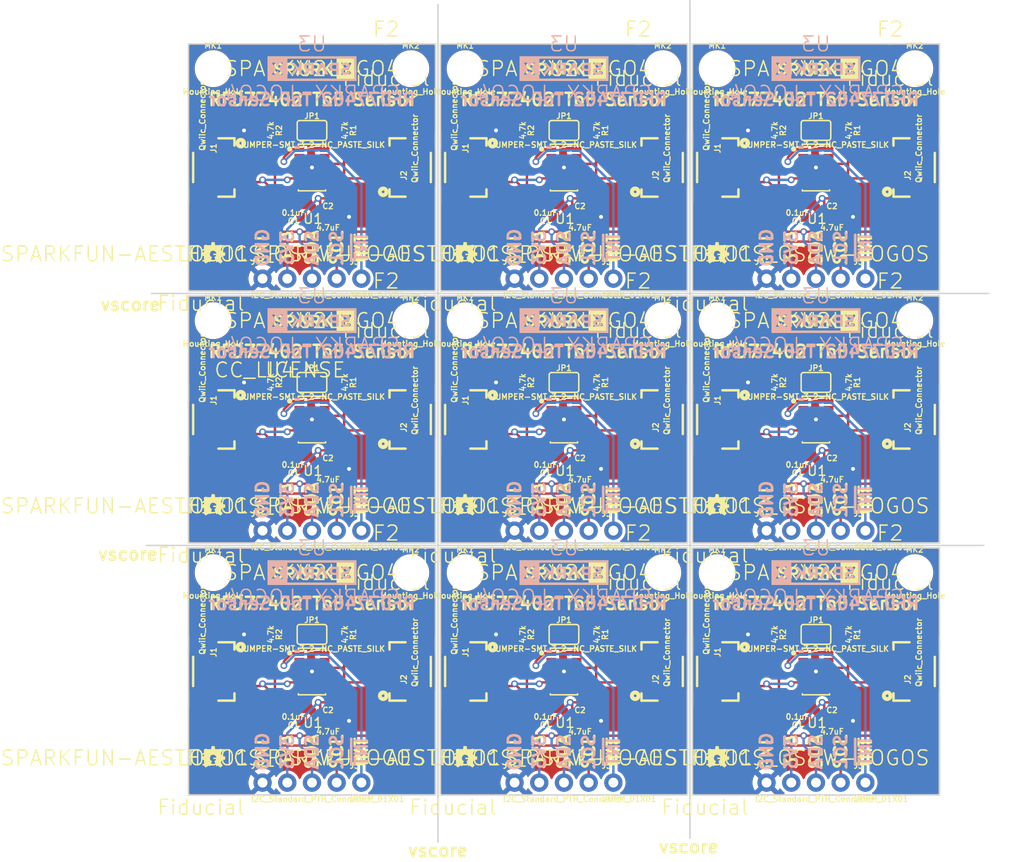
<source format=kicad_pcb>
(kicad_pcb (version 20221018) (generator pcbnew)
  (layers (0 "F.Cu" signal) (31 "B.Cu" signal) (34 "B.Paste" user) (35 "F.Paste" user) (36 "B.SilkS" user "B.Silkscreen") (37 "F.SilkS" user "F.Silkscreen") (38 "B.Mask" user) (39 "F.Mask" user) (44 "Edge.Cuts" user))
  (net 0 "")
  (net 1 "GND")
  (net 2 "+3V3")
  (net 3 "SDA")
  (net 4 "SCL")
  (net 5 "~{INT}")
  (net 6 "Net-(JP1-Pad1)")
  (net 7 "Net-(JP1-Pad3)")
  (footprint "SparkX:1X04_1MM_RA" (layer "F.Cu") (at 142.24 104.14 -90)
    (fp_text reference "J1")
    (fp_text value "Qwiic_Connector")
  )
  (footprint "SparkX:1X04_1MM_RA" (layer "F.Cu") (at 157.48 104.14 90)
    (fp_text reference "J2")
    (fp_text value "Qwiic_Connector")
  )
  (footprint "SparkX:1X01_NO_SILK" (layer "F.Cu") (at 154.94 115.57)
    (fp_text reference "J3")
    (fp_text value "CONN_01X01")
  )
  (footprint "SparkX:1X04_NO_SILK" (layer "F.Cu") (at 144.78 115.57)
    (fp_text reference "J4")
    (fp_text value "I2C_Standard_PTH_Connector")
  )
  (footprint "SparkFun-Capacitors:0603" (layer "F.Cu") (at 147.955 109.22 180)
    (fp_text reference "C1")
    (fp_text value "0.1uF")
  )
  (footprint "SparkFun-Jumpers:SMT-JUMPER_3_2-NC_PASTE_SILK" (layer "F.Cu") (at 149.86 100.33)
    (fp_text reference "JP1")
    (fp_text value "JUMPER-SMT_3_2-NC_PASTE_SILK")
  )
  (footprint "SparkFun-Aesthetics:OSHW-LOGO-MINI" (layer "F.Cu") (at 139.7 113.03)
    (fp_text reference "LOGO1")
    (fp_text value "SPARKFUN-AESTHETICS_OSHW-LOGOS")
  )
  (footprint "SparkFun-Hardware:STAND-OFF" (layer "F.Cu") (at 139.7 93.98)
    (fp_text reference "MK1")
    (fp_text value "Mounting_Hole")
  )
  (footprint "SparkFun-Hardware:STAND-OFF" (layer "F.Cu") (at 160.02 93.98)
    (fp_text reference "MK2")
    (fp_text value "Mounting_Hole")
  )
  (footprint "SparkFun-Resistors:0603" (layer "F.Cu") (at 153.67 100.33 -90)
    (fp_text reference "R1")
    (fp_text value "4.7k")
  )
  (footprint "SparkFun-Resistors:0603" (layer "F.Cu") (at 146.05 100.33 -90)
    (fp_text reference "R2")
    (fp_text value "4.7k")
  )
  (footprint "SparkFun_Kicad-Sensors:RFD77402" (layer "F.Cu") (at 149.86 104.14)
    (fp_text reference "U1")
    (fp_text value "RFD77402")
  )
  (footprint "SparkFun-Aesthetics:CREATIVE_COMMONS" (layer "F.Cu") (at 146.558 124.968)
    (fp_text reference "U4")
    (fp_text value "CC_LICENSE")
  )
  (footprint "SparkFun-Capacitors:0603" (layer "F.Cu") (at 151.51 109.22)
    (fp_text reference "C2")
    (fp_text value "4.7uF")
  )
  (footprint "SparkFun-Aesthetics:OSHW-LOGO-MINI" (layer "F.Cu") (at 165.608 113.03)
    (fp_text reference "LOGO1")
    (fp_text value "SPARKFUN-AESTHETICS_OSHW-LOGOS")
  )
  (footprint "SparkFun-Aesthetics:OSHW-LOGO-MINI" (layer "F.Cu") (at 191.516 113.03)
    (fp_text reference "LOGO1")
    (fp_text value "SPARKFUN-AESTHETICS_OSHW-LOGOS")
  )
  (footprint "SparkFun-Aesthetics:OSHW-LOGO-MINI" (layer "F.Cu") (at 139.7 138.938)
    (fp_text reference "LOGO1")
    (fp_text value "SPARKFUN-AESTHETICS_OSHW-LOGOS")
  )
  (footprint "SparkFun-Aesthetics:OSHW-LOGO-MINI" (layer "F.Cu") (at 165.608 138.938)
    (fp_text reference "LOGO1")
    (fp_text value "SPARKFUN-AESTHETICS_OSHW-LOGOS")
  )
  (footprint "SparkFun-Aesthetics:OSHW-LOGO-MINI" (layer "F.Cu") (at 191.516 138.938)
    (fp_text reference "LOGO1")
    (fp_text value "SPARKFUN-AESTHETICS_OSHW-LOGOS")
  )
  (footprint "SparkFun-Aesthetics:OSHW-LOGO-MINI" (layer "F.Cu") (at 139.7 164.846)
    (fp_text reference "LOGO1")
    (fp_text value "SPARKFUN-AESTHETICS_OSHW-LOGOS")
  )
  (footprint "SparkFun-Aesthetics:OSHW-LOGO-MINI" (layer "F.Cu") (at 165.608 164.846)
    (fp_text reference "LOGO1")
    (fp_text value "SPARKFUN-AESTHETICS_OSHW-LOGOS")
  )
  (footprint "SparkFun-Aesthetics:OSHW-LOGO-MINI" (layer "F.Cu") (at 191.516 164.846)
    (fp_text reference "LOGO1")
    (fp_text value "SPARKFUN-AESTHETICS_OSHW-LOGOS")
  )
  (footprint "SparkX:1X04_NO_SILK" (layer "F.Cu") (at 170.688 115.57)
    (fp_text reference "J4")
    (fp_text value "I2C_Standard_PTH_Connector")
  )
  (footprint "SparkX:1X04_NO_SILK" (layer "F.Cu") (at 196.596 115.57)
    (fp_text reference "J4")
    (fp_text value "I2C_Standard_PTH_Connector")
  )
  (footprint "SparkX:1X04_NO_SILK" (layer "F.Cu") (at 144.78 141.478)
    (fp_text reference "J4")
    (fp_text value "I2C_Standard_PTH_Connector")
  )
  (footprint "SparkX:1X04_NO_SILK" (layer "F.Cu") (at 170.688 141.478)
    (fp_text reference "J4")
    (fp_text value "I2C_Standard_PTH_Connector")
  )
  (footprint "SparkX:1X04_NO_SILK" (layer "F.Cu") (at 196.596 141.478)
    (fp_text reference "J4")
    (fp_text value "I2C_Standard_PTH_Connector")
  )
  (footprint "SparkX:1X04_NO_SILK" (layer "F.Cu") (at 144.78 167.386)
    (fp_text reference "J4")
    (fp_text value "I2C_Standard_PTH_Connector")
  )
  (footprint "SparkX:1X04_NO_SILK" (layer "F.Cu") (at 170.688 167.386)
    (fp_text reference "J4")
    (fp_text value "I2C_Standard_PTH_Connector")
  )
  (footprint "SparkX:1X04_NO_SILK" (layer "F.Cu") (at 196.596 167.386)
    (fp_text reference "J4")
    (fp_text value "I2C_Standard_PTH_Connector")
  )
  (footprint "SparkFun-KiCad-Aesthetics:FIDUCIAL-1X2" (layer "F.Cu") (at 164.338 115.57)
    (fp_text reference "F1")
    (fp_text value "Fiducial")
  )
  (footprint "SparkFun-KiCad-Aesthetics:FIDUCIAL-1X2" (layer "F.Cu") (at 190.246 115.57)
    (fp_text reference "F1")
    (fp_text value "Fiducial")
  )
  (footprint "SparkFun-KiCad-Aesthetics:FIDUCIAL-1X2" (layer "F.Cu") (at 138.43 141.478)
    (fp_text reference "F1")
    (fp_text value "Fiducial")
  )
  (footprint "SparkFun-KiCad-Aesthetics:FIDUCIAL-1X2" (layer "F.Cu") (at 164.338 141.478)
    (fp_text reference "F1")
    (fp_text value "Fiducial")
  )
  (footprint "SparkFun-KiCad-Aesthetics:FIDUCIAL-1X2" (layer "F.Cu") (at 190.246 141.478)
    (fp_text reference "F1")
    (fp_text value "Fiducial")
  )
  (footprint "SparkFun-KiCad-Aesthetics:FIDUCIAL-1X2" (layer "F.Cu") (at 138.43 167.386)
    (fp_text reference "F1")
    (fp_text value "Fiducial")
  )
  (footprint "SparkFun-KiCad-Aesthetics:FIDUCIAL-1X2" (layer "F.Cu") (at 164.338 167.386)
    (fp_text reference "F1")
    (fp_text value "Fiducial")
  )
  (footprint "SparkFun-KiCad-Aesthetics:FIDUCIAL-1X2" (layer "F.Cu") (at 190.246 167.386)
    (fp_text reference "F1")
    (fp_text value "Fiducial")
  )
  (footprint "SparkX:1X01_NO_SILK" (layer "F.Cu") (at 180.848 115.57)
    (fp_text reference "J3")
    (fp_text value "CONN_01X01")
  )
  (footprint "SparkX:1X01_NO_SILK" (layer "F.Cu") (at 206.756 115.57)
    (fp_text reference "J3")
    (fp_text value "CONN_01X01")
  )
  (footprint "SparkX:1X01_NO_SILK" (layer "F.Cu") (at 154.94 141.478)
    (fp_text reference "J3")
    (fp_text value "CONN_01X01")
  )
  (footprint "SparkX:1X01_NO_SILK" (layer "F.Cu") (at 180.848 141.478)
    (fp_text reference "J3")
    (fp_text value "CONN_01X01")
  )
  (footprint "SparkX:1X01_NO_SILK" (layer "F.Cu") (at 206.756 141.478)
    (fp_text reference "J3")
    (fp_text value "CONN_01X01")
  )
  (footprint "SparkX:1X01_NO_SILK" (layer "F.Cu") (at 154.94 167.386)
    (fp_text reference "J3")
    (fp_text value "CONN_01X01")
  )
  (footprint "SparkX:1X01_NO_SILK" (layer "F.Cu") (at 180.848 167.386)
    (fp_text reference "J3")
    (fp_text value "CONN_01X01")
  )
  (footprint "SparkX:1X01_NO_SILK" (layer "F.Cu") (at 206.756 167.386)
    (fp_text reference "J3")
    (fp_text value "CONN_01X01")
  )
  (footprint "SparkFun-Jumpers:SMT-JUMPER_3_2-NC_PASTE_SILK" (layer "F.Cu") (at 175.768 100.33)
    (fp_text reference "JP1")
    (fp_text value "JUMPER-SMT_3_2-NC_PASTE_SILK")
  )
  (footprint "SparkFun-Jumpers:SMT-JUMPER_3_2-NC_PASTE_SILK" (layer "F.Cu") (at 201.676 100.33)
    (fp_text reference "JP1")
    (fp_text value "JUMPER-SMT_3_2-NC_PASTE_SILK")
  )
  (footprint "SparkFun-Jumpers:SMT-JUMPER_3_2-NC_PASTE_SILK" (layer "F.Cu") (at 149.86 126.238)
    (fp_text reference "JP1")
    (fp_text value "JUMPER-SMT_3_2-NC_PASTE_SILK")
  )
  (footprint "SparkFun-Jumpers:SMT-JUMPER_3_2-NC_PASTE_SILK" (layer "F.Cu") (at 175.768 126.238)
    (fp_text reference "JP1")
    (fp_text value "JUMPER-SMT_3_2-NC_PASTE_SILK")
  )
  (footprint "SparkFun-Jumpers:SMT-JUMPER_3_2-NC_PASTE_SILK" (layer "F.Cu") (at 201.676 126.238)
    (fp_text reference "JP1")
    (fp_text value "JUMPER-SMT_3_2-NC_PASTE_SILK")
  )
  (footprint "SparkFun-Jumpers:SMT-JUMPER_3_2-NC_PASTE_SILK" (layer "F.Cu") (at 149.86 152.146)
    (fp_text reference "JP1")
    (fp_text value "JUMPER-SMT_3_2-NC_PASTE_SILK")
  )
  (footprint "SparkFun-Jumpers:SMT-JUMPER_3_2-NC_PASTE_SILK" (layer "F.Cu") (at 175.768 152.146)
    (fp_text reference "JP1")
    (fp_text value "JUMPER-SMT_3_2-NC_PASTE_SILK")
  )
  (footprint "SparkFun-Jumpers:SMT-JUMPER_3_2-NC_PASTE_SILK" (layer "F.Cu") (at 201.676 152.146)
    (fp_text reference "JP1")
    (fp_text value "JUMPER-SMT_3_2-NC_PASTE_SILK")
  )
  (footprint "SparkFun-Hardware:STAND-OFF" (layer "F.Cu") (at 185.928 93.98)
    (fp_text reference "MK2")
    (fp_text value "Mounting_Hole")
  )
  (footprint "SparkFun-Hardware:STAND-OFF" (layer "F.Cu") (at 211.836 93.98)
    (fp_text reference "MK2")
    (fp_text value "Mounting_Hole")
  )
  (footprint "SparkFun-Hardware:STAND-OFF" (layer "F.Cu") (at 160.02 119.888)
    (fp_text reference "MK2")
    (fp_text value "Mounting_Hole")
  )
  (footprint "SparkFun-Hardware:STAND-OFF" (layer "F.Cu") (at 185.928 119.888)
    (fp_text reference "MK2")
    (fp_text value "Mounting_Hole")
  )
  (footprint "SparkFun-Hardware:STAND-OFF" (layer "F.Cu") (at 211.836 119.888)
    (fp_text reference "MK2")
    (fp_text value "Mounting_Hole")
  )
  (footprint "SparkFun-Hardware:STAND-OFF" (layer "F.Cu") (at 160.02 145.796)
    (fp_text reference "MK2")
    (fp_text value "Mounting_Hole")
  )
  (footprint "SparkFun-Hardware:STAND-OFF" (layer "F.Cu") (at 185.928 145.796)
    (fp_text reference "MK2")
    (fp_text value "Mounting_Hole")
  )
  (footprint "SparkFun-Hardware:STAND-OFF" (layer "F.Cu") (at 211.836 145.796)
    (fp_text reference "MK2")
    (fp_text value "Mounting_Hole")
  )
  (footprint "SparkX:SPARKX-MEDIUM" (layer "F.Cu") (at 175.768 93.98)
    (fp_text reference "U2")
    (fp_text value "SPARKX-LOGO4")
  )
  (footprint "SparkX:SPARKX-MEDIUM" (layer "F.Cu") (at 201.676 93.98)
    (fp_text reference "U2")
    (fp_text value "SPARKX-LOGO4")
  )
  (footprint "SparkX:SPARKX-MEDIUM" (layer "F.Cu") (at 149.86 119.888)
    (fp_text reference "U2")
    (fp_text value "SPARKX-LOGO4")
  )
  (footprint "SparkX:SPARKX-MEDIUM" (layer "F.Cu") (at 175.768 119.888)
    (fp_text reference "U2")
    (fp_text value "SPARKX-LOGO4")
  )
  (footprint "SparkX:SPARKX-MEDIUM" (layer "F.Cu") (at 201.676 119.888)
    (fp_text reference "U2")
    (fp_text value "SPARKX-LOGO4")
  )
  (footprint "SparkX:SPARKX-MEDIUM" (layer "F.Cu") (at 149.86 145.796)
    (fp_text reference "U2")
    (fp_text value "SPARKX-LOGO4")
  )
  (footprint "SparkX:SPARKX-MEDIUM" (layer "F.Cu") (at 175.768 145.796)
    (fp_text reference "U2")
    (fp_text value "SPARKX-LOGO4")
  )
  (footprint "SparkX:SPARKX-MEDIUM" (layer "F.Cu") (at 201.676 145.796)
    (fp_text reference "U2")
    (fp_text value "SPARKX-LOGO4")
  )
  (footprint "SparkFun-Resistors:0603" (layer "F.Cu") (at 179.578 100.33 -90)
    (fp_text reference "R1")
    (fp_text value "4.7k")
  )
  (footprint "SparkFun-Resistors:0603" (layer "F.Cu") (at 205.486 100.33 -90)
    (fp_text reference "R1")
    (fp_text value "4.7k")
  )
  (footprint "SparkFun-Resistors:0603" (layer "F.Cu") (at 153.67 126.238 -90)
    (fp_text reference "R1")
    (fp_text value "4.7k")
  )
  (footprint "SparkFun-Resistors:0603" (layer "F.Cu") (at 179.578 126.238 -90)
    (fp_text reference "R1")
    (fp_text value "4.7k")
  )
  (footprint "SparkFun-Resistors:0603" (layer "F.Cu") (at 205.486 126.238 -90)
    (fp_text reference "R1")
    (fp_text value "4.7k")
  )
  (footprint "SparkFun-Resistors:0603" (layer "F.Cu") (at 153.67 152.146 -90)
    (fp_text reference "R1")
    (fp_text value "4.7k")
  )
  (footprint "SparkFun-Resistors:0603" (layer "F.Cu") (at 179.578 152.146 -90)
    (fp_text reference "R1")
    (fp_text value "4.7k")
  )
  (footprint "SparkFun-Resistors:0603" (layer "F.Cu") (at 205.486 152.146 -90)
    (fp_text reference "R1")
    (fp_text value "4.7k")
  )
  (footprint "SparkFun-KiCad-Aesthetics:FIDUCIAL-1X2" (layer "F.Cu") (at 183.388 92.456)
    (fp_text reference "F2")
    (fp_text value "Fiducial")
  )
  (footprint "SparkFun-KiCad-Aesthetics:FIDUCIAL-1X2" (layer "F.Cu") (at 209.296 92.456)
    (fp_text reference "F2")
    (fp_text value "Fiducial")
  )
  (footprint "SparkFun-KiCad-Aesthetics:FIDUCIAL-1X2" (layer "F.Cu") (at 157.48 118.364)
    (fp_text reference "F2")
    (fp_text value "Fiducial")
  )
  (footprint "SparkFun-KiCad-Aesthetics:FIDUCIAL-1X2" (layer "F.Cu") (at 183.388 118.364)
    (fp_text reference "F2")
    (fp_text value "Fiducial")
  )
  (footprint "SparkFun-KiCad-Aesthetics:FIDUCIAL-1X2" (layer "F.Cu") (at 209.296 118.364)
    (fp_text reference "F2")
    (fp_text value "Fiducial")
  )
  (footprint "SparkFun-KiCad-Aesthetics:FIDUCIAL-1X2" (layer "F.Cu") (at 157.48 144.272)
    (fp_text reference "F2")
    (fp_text value "Fiducial")
  )
  (footprint "SparkFun-KiCad-Aesthetics:FIDUCIAL-1X2" (layer "F.Cu") (at 183.388 144.272)
    (fp_text reference "F2")
    (fp_text value "Fiducial")
  )
  (footprint "SparkFun-KiCad-Aesthetics:FIDUCIAL-1X2" (layer "F.Cu") (at 209.296 144.272)
    (fp_text reference "F2")
    (fp_text value "Fiducial")
  )
  (footprint "SparkFun-Resistors:0603" (layer "F.Cu") (at 171.958 100.33 -90)
    (fp_text reference "R2")
    (fp_text value "4.7k")
  )
  (footprint "SparkFun-Resistors:0603" (layer "F.Cu") (at 197.866 100.33 -90)
    (fp_text reference "R2")
    (fp_text value "4.7k")
  )
  (footprint "SparkFun-Resistors:0603" (layer "F.Cu") (at 146.05 126.238 -90)
    (fp_text reference "R2")
    (fp_text value "4.7k")
  )
  (footprint "SparkFun-Resistors:0603" (layer "F.Cu") (at 171.958 126.238 -90)
    (fp_text reference "R2")
    (fp_text value "4.7k")
  )
  (footprint "SparkFun-Resistors:0603" (layer "F.Cu") (at 197.866 126.238 -90)
    (fp_text reference "R2")
    (fp_text value "4.7k")
  )
  (footprint "SparkFun-Resistors:0603" (layer "F.Cu") (at 146.05 152.146 -90)
    (fp_text reference "R2")
    (fp_text value "4.7k")
  )
  (footprint "SparkFun-Resistors:0603" (layer "F.Cu") (at 171.958 152.146 -90)
    (fp_text reference "R2")
    (fp_text value "4.7k")
  )
  (footprint "SparkFun-Resistors:0603" (layer "F.Cu") (at 197.866 152.146 -90)
    (fp_text reference "R2")
    (fp_text value "4.7k")
  )
  (footprint "SparkX:1X04_1MM_RA" (layer "F.Cu") (at 183.388 104.14 90)
    (fp_text reference "J2")
    (fp_text value "Qwiic_Connector")
  )
  (footprint "SparkX:1X04_1MM_RA" (layer "F.Cu") (at 209.296 104.14 90)
    (fp_text reference "J2")
    (fp_text value "Qwiic_Connector")
  )
  (footprint "SparkX:1X04_1MM_RA" (layer "F.Cu") (at 157.48 130.048 90)
    (fp_text reference "J2")
    (fp_text value "Qwiic_Connector")
  )
  (footprint "SparkX:1X04_1MM_RA" (layer "F.Cu") (at 183.388 130.048 90)
    (fp_text reference "J2")
    (fp_text value "Qwiic_Connector")
  )
  (footprint "SparkX:1X04_1MM_RA" (layer "F.Cu") (at 209.296 130.048 90)
    (fp_text reference "J2")
    (fp_text value "Qwiic_Connector")
  )
  (footprint "SparkX:1X04_1MM_RA" (layer "F.Cu") (at 157.48 155.956 90)
    (fp_text reference "J2")
    (fp_text value "Qwiic_Connector")
  )
  (footprint "SparkX:1X04_1MM_RA" (layer "F.Cu") (at 183.388 155.956 90)
    (fp_text reference "J2")
    (fp_text value "Qwiic_Connector")
  )
  (footprint "SparkX:1X04_1MM_RA" (layer "F.Cu") (at 209.296 155.956 90)
    (fp_text reference "J2")
    (fp_text value "Qwiic_Connector")
  )
  (footprint "SparkFun-Capacitors:0603" (layer "F.Cu") (at 177.418 109.22)
    (fp_text reference "C2")
    (fp_text value "4.7uF")
  )
  (footprint "SparkFun-Capacitors:0603" (layer "F.Cu") (at 203.326 109.22)
    (fp_text reference "C2")
    (fp_text value "4.7uF")
  )
  (footprint "SparkFun-Capacitors:0603" (layer "F.Cu") (at 151.51 135.128)
    (fp_text reference "C2")
    (fp_text value "4.7uF")
  )
  (footprint "SparkFun-Capacitors:0603" (layer "F.Cu") (at 177.418 135.128)
    (fp_text reference "C2")
    (fp_text value "4.7uF")
  )
  (footprint "SparkFun-Capacitors:0603" (layer "F.Cu") (at 203.326 135.128)
    (fp_text reference "C2")
    (fp_text value "4.7uF")
  )
  (footprint "SparkFun-Capacitors:0603" (layer "F.Cu") (at 151.51 161.036)
    (fp_text reference "C2")
    (fp_text value "4.7uF")
  )
  (footprint "SparkFun-Capacitors:0603" (layer "F.Cu") (at 177.418 161.036)
    (fp_text reference "C2")
    (fp_text value "4.7uF")
  )
  (footprint "SparkFun-Capacitors:0603" (layer "F.Cu") (at 203.326 161.036)
    (fp_text reference "C2")
    (fp_text value "4.7uF")
  )
  (footprint "SparkFun_Kicad-Sensors:RFD77402" (layer "F.Cu") (at 175.768 104.14)
    (fp_text reference "U1")
    (fp_text value "RFD77402")
  )
  (footprint "SparkFun_Kicad-Sensors:RFD77402" (layer "F.Cu") (at 201.676 104.14)
    (fp_text reference "U1")
    (fp_text value "RFD77402")
  )
  (footprint "SparkFun_Kicad-Sensors:RFD77402" (layer "F.Cu") (at 149.86 130.048)
    (fp_text reference "U1")
    (fp_text value "RFD77402")
  )
  (footprint "SparkFun_Kicad-Sensors:RFD77402" (layer "F.Cu") (at 175.768 130.048)
    (fp_text reference "U1")
    (fp_text value "RFD77402")
  )
  (footprint "SparkFun_Kicad-Sensors:RFD77402" (layer "F.Cu") (at 201.676 130.048)
    (fp_text reference "U1")
    (fp_text value "RFD77402")
  )
  (footprint "SparkFun_Kicad-Sensors:RFD77402" (layer "F.Cu") (at 149.86 155.956)
    (fp_text reference "U1")
    (fp_text value "RFD77402")
  )
  (footprint "SparkFun_Kicad-Sensors:RFD77402" (layer "F.Cu") (at 175.768 155.956)
    (fp_text reference "U1")
    (fp_text value "RFD77402")
  )
  (footprint "SparkFun_Kicad-Sensors:RFD77402" (layer "F.Cu") (at 201.676 155.956)
    (fp_text reference "U1")
    (fp_text value "RFD77402")
  )
  (footprint "SparkFun-Capacitors:0603" (layer "F.Cu") (at 173.863 109.22 180)
    (fp_text reference "C1")
    (fp_text value "0.1uF")
  )
  (footprint "SparkFun-Capacitors:0603" (layer "F.Cu") (at 199.771 109.22 180)
    (fp_text reference "C1")
    (fp_text value "0.1uF")
  )
  (footprint "SparkFun-Capacitors:0603" (layer "F.Cu") (at 147.955 135.128 180)
    (fp_text reference "C1")
    (fp_text value "0.1uF")
  )
  (footprint "SparkFun-Capacitors:0603" (layer "F.Cu") (at 173.863 135.128 180)
    (fp_text reference "C1")
    (fp_text value "0.1uF")
  )
  (footprint "SparkFun-Capacitors:0603" (layer "F.Cu") (at 199.771 135.128 180)
    (fp_text reference "C1")
    (fp_text value "0.1uF")
  )
  (footprint "SparkFun-Capacitors:0603" (layer "F.Cu") (at 147.955 161.036 180)
    (fp_text reference "C1")
    (fp_text value "0.1uF")
  )
  (footprint "SparkFun-Capacitors:0603" (layer "F.Cu") (at 173.863 161.036 180)
    (fp_text reference "C1")
    (fp_text value "0.1uF")
  )
  (footprint "SparkFun-Capacitors:0603" (layer "F.Cu") (at 199.771 161.036 180)
    (fp_text reference "C1")
    (fp_text value "0.1uF")
  )
  (footprint "SparkX:1X04_1MM_RA" (layer "F.Cu") (at 168.148 104.14 -90)
    (fp_text reference "J1")
    (fp_text value "Qwiic_Connector")
  )
  (footprint "SparkX:1X04_1MM_RA" (layer "F.Cu") (at 194.056 104.14 -90)
    (fp_text reference "J1")
    (fp_text value "Qwiic_Connector")
  )
  (footprint "SparkX:1X04_1MM_RA" (layer "F.Cu") (at 142.24 130.048 -90)
    (fp_text reference "J1")
    (fp_text value "Qwiic_Connector")
  )
  (footprint "SparkX:1X04_1MM_RA" (layer "F.Cu") (at 168.148 130.048 -90)
    (fp_text reference "J1")
    (fp_text value "Qwiic_Connector")
  )
  (footprint "SparkX:1X04_1MM_RA" (layer "F.Cu") (at 194.056 130.048 -90)
    (fp_text reference "J1")
    (fp_text value "Qwiic_Connector")
  )
  (footprint "SparkX:1X04_1MM_RA" (layer "F.Cu") (at 142.24 155.956 -90)
    (fp_text reference "J1")
    (fp_text value "Qwiic_Connector")
  )
  (footprint "SparkX:1X04_1MM_RA" (layer "F.Cu") (at 168.148 155.956 -90)
    (fp_text reference "J1")
    (fp_text value "Qwiic_Connector")
  )
  (footprint "SparkX:1X04_1MM_RA" (layer "F.Cu") (at 194.056 155.956 -90)
    (fp_text reference "J1")
    (fp_text value "Qwiic_Connector")
  )
  (footprint "SparkFun-Hardware:STAND-OFF" (layer "F.Cu") (at 165.608 93.98)
    (fp_text reference "MK1")
    (fp_text value "Mounting_Hole")
  )
  (footprint "SparkFun-Hardware:STAND-OFF" (layer "F.Cu") (at 191.516 93.98)
    (fp_text reference "MK1")
    (fp_text value "Mounting_Hole")
  )
  (footprint "SparkFun-Hardware:STAND-OFF" (layer "F.Cu") (at 139.7 119.888)
    (fp_text reference "MK1")
    (fp_text value "Mounting_Hole")
  )
  (footprint "SparkFun-Hardware:STAND-OFF" (layer "F.Cu") (at 165.608 119.888)
    (fp_text reference "MK1")
    (fp_text value "Mounting_Hole")
  )
  (footprint "SparkFun-Hardware:STAND-OFF" (layer "F.Cu") (at 191.516 119.888)
    (fp_text reference "MK1")
    (fp_text value "Mounting_Hole")
  )
  (footprint "SparkFun-Hardware:STAND-OFF" (layer "F.Cu") (at 139.7 145.796)
    (fp_text reference "MK1")
    (fp_text value "Mounting_Hole")
  )
  (footprint "SparkFun-Hardware:STAND-OFF" (layer "F.Cu") (at 165.608 145.796)
    (fp_text reference "MK1")
    (fp_text value "Mounting_Hole")
  )
  (footprint "SparkFun-Hardware:STAND-OFF" (layer "F.Cu") (at 191.516 145.796)
    (fp_text reference "MK1")
    (fp_text value "Mounting_Hole")
  )
  (footprint "SparkX:SPARKX-MEDIUM" (layer "F.Cu") (at 149.86 93.98)
    (fp_text reference "U2")
    (fp_text value "SPARKX-LOGO4")
  )
  (footprint "SparkFun-KiCad-Aesthetics:FIDUCIAL-1X2" (layer "F.Cu") (at 138.43 115.57)
    (fp_text reference "F1")
    (fp_text value "Fiducial")
  )
  (footprint "SparkFun-KiCad-Aesthetics:FIDUCIAL-1X2" (layer "F.Cu") (at 157.48 92.456)
    (fp_text reference "F2")
    (fp_text value "Fiducial")
  )
  (footprint "SparkX:SPARKX-MEDIUM" (layer "B.Cu") (at 149.86 93.98 180)
    (fp_text reference "U3")
    (fp_text value "SPARKX-LOGO4")
  )
  (footprint "SparkX:SPARKX-MEDIUM" (layer "B.Cu") (at 175.768 93.98 180)
    (fp_text reference "U3")
    (fp_text value "SPARKX-LOGO4")
  )
  (footprint "SparkX:SPARKX-MEDIUM" (layer "B.Cu") (at 201.676 93.98 180)
    (fp_text reference "U3")
    (fp_text value "SPARKX-LOGO4")
  )
  (footprint "SparkX:SPARKX-MEDIUM" (layer "B.Cu") (at 149.86 119.888 180)
    (fp_text reference "U3")
    (fp_text value "SPARKX-LOGO4")
  )
  (footprint "SparkX:SPARKX-MEDIUM" (layer "B.Cu") (at 175.768 119.888 180)
    (fp_text reference "U3")
    (fp_text value "SPARKX-LOGO4")
  )
  (footprint "SparkX:SPARKX-MEDIUM" (layer "B.Cu") (at 201.676 119.888 180)
    (fp_text reference "U3")
    (fp_text value "SPARKX-LOGO4")
  )
  (footprint "SparkX:SPARKX-MEDIUM" (layer "B.Cu") (at 149.86 145.796 180)
    (fp_text reference "U3")
    (fp_text value "SPARKX-LOGO4")
  )
  (footprint "SparkX:SPARKX-MEDIUM" (layer "B.Cu") (at 175.768 145.796 180)
    (fp_text reference "U3")
    (fp_text value "SPARKX-LOGO4")
  )
  (footprint "SparkX:SPARKX-MEDIUM" (layer "B.Cu") (at 201.676 145.796 180)
    (fp_text reference "U3")
    (fp_text value "SPARKX-LOGO4")
  )
  (gr_line (start 163.068 91.44) (end 188.468 91.44) (stroke (width 0.15)) (layer "Edge.Cuts"))
  (gr_line (start 188.976 91.44) (end 214.376 91.44) (stroke (width 0.15)) (layer "Edge.Cuts"))
  (gr_line (start 137.16 117.348) (end 162.56 117.348) (stroke (width 0.15)) (layer "Edge.Cuts"))
  (gr_line (start 163.068 117.348) (end 188.468 117.348) (stroke (width 0.15)) (layer "Edge.Cuts"))
  (gr_line (start 188.976 117.348) (end 214.376 117.348) (stroke (width 0.15)) (layer "Edge.Cuts"))
  (gr_line (start 137.16 143.256) (end 162.56 143.256) (stroke (width 0.15)) (layer "Edge.Cuts"))
  (gr_line (start 163.068 143.256) (end 188.468 143.256) (stroke (width 0.15)) (layer "Edge.Cuts"))
  (gr_line (start 188.976 143.256) (end 214.376 143.256) (stroke (width 0.15)) (layer "Edge.Cuts"))
  (gr_line (start 188.468 116.84) (end 163.068 116.84) (stroke (width 0.15)) (layer "Edge.Cuts"))
  (gr_line (start 214.376 116.84) (end 188.976 116.84) (stroke (width 0.15)) (layer "Edge.Cuts"))
  (gr_line (start 162.56 142.748) (end 137.16 142.748) (stroke (width 0.15)) (layer "Edge.Cuts"))
  (gr_line (start 188.468 142.748) (end 163.068 142.748) (stroke (width 0.15)) (layer "Edge.Cuts"))
  (gr_line (start 214.376 142.748) (end 188.976 142.748) (stroke (width 0.15)) (layer "Edge.Cuts"))
  (gr_line (start 162.56 168.656) (end 137.16 168.656) (stroke (width 0.15)) (layer "Edge.Cuts"))
  (gr_line (start 188.468 168.656) (end 163.068 168.656) (stroke (width 0.15)) (layer "Edge.Cuts"))
  (gr_line (start 214.376 168.656) (end 188.976 168.656) (stroke (width 0.15)) (layer "Edge.Cuts"))
  (gr_line (start 188.468 91.44) (end 188.468 116.84) (stroke (width 0.15)) (layer "Edge.Cuts"))
  (gr_line (start 214.376 91.44) (end 214.376 116.84) (stroke (width 0.15)) (layer "Edge.Cuts"))
  (gr_line (start 162.56 117.348) (end 162.56 142.748) (stroke (width 0.15)) (layer "Edge.Cuts"))
  (gr_line (start 188.468 117.348) (end 188.468 142.748) (stroke (width 0.15)) (layer "Edge.Cuts"))
  (gr_line (start 214.376 117.348) (end 214.376 142.748) (stroke (width 0.15)) (layer "Edge.Cuts"))
  (gr_line (start 162.56 143.256) (end 162.56 168.656) (stroke (width 0.15)) (layer "Edge.Cuts"))
  (gr_line (start 188.468 143.256) (end 188.468 168.656) (stroke (width 0.15)) (layer "Edge.Cuts"))
  (gr_line (start 214.376 143.256) (end 214.376 168.656) (stroke (width 0.15)) (layer "Edge.Cuts"))
  (gr_line (start 163.068 116.84) (end 163.068 91.44) (stroke (width 0.15)) (layer "Edge.Cuts"))
  (gr_line (start 188.976 116.84) (end 188.976 91.44) (stroke (width 0.15)) (layer "Edge.Cuts"))
  (gr_line (start 137.16 142.748) (end 137.16 117.348) (stroke (width 0.15)) (layer "Edge.Cuts"))
  (gr_line (start 163.068 142.748) (end 163.068 117.348) (stroke (width 0.15)) (layer "Edge.Cuts"))
  (gr_line (start 188.976 142.748) (end 188.976 117.348) (stroke (width 0.15)) (layer "Edge.Cuts"))
  (gr_line (start 137.16 168.656) (end 137.16 143.256) (stroke (width 0.15)) (layer "Edge.Cuts"))
  (gr_line (start 163.068 168.656) (end 163.068 143.256) (stroke (width 0.15)) (layer "Edge.Cuts"))
  (gr_line (start 188.976 168.656) (end 188.976 143.256) (stroke (width 0.15)) (layer "Edge.Cuts"))
  (gr_line (start 162.814 87.376) (end 162.814 173.482) (stroke (width 0.15)) (layer "Edge.Cuts"))
  (gr_line (start 218.948 143.002) (end 132.842 143.002) (stroke (width 0.15)) (layer "Edge.Cuts"))
  (gr_line (start 219.456 117.094) (end 133.35 117.094) (stroke (width 0.15)) (layer "Edge.Cuts"))
  (gr_line (start 162.56 91.44) (end 162.56 116.84) (stroke (width 0.15)) (layer "Edge.Cuts"))
  (gr_line (start 137.16 116.84) (end 137.16 91.44) (stroke (width 0.15)) (layer "Edge.Cuts"))
  (gr_line (start 188.722 86.995) (end 188.722 173.101) (stroke (width 0.15)) (layer "Edge.Cuts"))
  (gr_line (start 137.16 91.44) (end 162.56 91.44) (stroke (width 0.15)) (layer "Edge.Cuts"))
  (gr_line (start 162.56 116.84) (end 137.16 116.84) (stroke (width 0.15)) (layer "Edge.Cuts"))
  (gr_text "~{INT}" (at 154.94 112.395 90) (layer "B.SilkS") (effects (font (size 1.27 1.27) (thickness 0.254)) (justify mirror)))
  (gr_text "SCL" (at 152.4 112.395 90) (layer "B.SilkS") (effects (font (size 1.27 1.27) (thickness 0.254)) (justify mirror)))
  (gr_text "SDA" (at 149.86 112.395 90) (layer "B.SilkS") (effects (font (size 1.27 1.27) (thickness 0.254)) (justify mirror)))
  (gr_text "3V3" (at 147.32 112.395 90) (layer "B.SilkS") (effects (font (size 1.27 1.27) (thickness 0.254)) (justify mirror)))
  (gr_text "GND" (at 144.78 112.395 90) (layer "B.SilkS") (effects (font (size 1.27 1.27) (thickness 0.254)) (justify mirror)))
  (gr_text "~{INT}" (at 180.848 112.395 90) (layer "B.SilkS") (effects (font (size 1.27 1.27) (thickness 0.254)) (justify mirror)))
  (gr_text "~{INT}" (at 206.756 112.395 90) (layer "B.SilkS") (effects (font (size 1.27 1.27) (thickness 0.254)) (justify mirror)))
  (gr_text "~{INT}" (at 154.94 138.303 90) (layer "B.SilkS") (effects (font (size 1.27 1.27) (thickness 0.254)) (justify mirror)))
  (gr_text "~{INT}" (at 180.848 138.303 90) (layer "B.SilkS") (effects (font (size 1.27 1.27) (thickness 0.254)) (justify mirror)))
  (gr_text "~{INT}" (at 206.756 138.303 90) (layer "B.SilkS") (effects (font (size 1.27 1.27) (thickness 0.254)) (justify mirror)))
  (gr_text "~{INT}" (at 154.94 164.211 90) (layer "B.SilkS") (effects (font (size 1.27 1.27) (thickness 0.254)) (justify mirror)))
  (gr_text "~{INT}" (at 180.848 164.211 90) (layer "B.SilkS") (effects (font (size 1.27 1.27) (thickness 0.254)) (justify mirror)))
  (gr_text "~{INT}" (at 206.756 164.211 90) (layer "B.SilkS") (effects (font (size 1.27 1.27) (thickness 0.254)) (justify mirror)))
  (gr_text "GND" (at 170.688 112.395 90) (layer "B.SilkS") (effects (font (size 1.27 1.27) (thickness 0.254)) (justify mirror)))
  (gr_text "GND" (at 196.596 112.395 90) (layer "B.SilkS") (effects (font (size 1.27 1.27) (thickness 0.254)) (justify mirror)))
  (gr_text "GND" (at 144.78 138.303 90) (layer "B.SilkS") (effects (font (size 1.27 1.27) (thickness 0.254)) (justify mirror)))
  (gr_text "GND" (at 170.688 138.303 90) (layer "B.SilkS") (effects (font (size 1.27 1.27) (thickness 0.254)) (justify mirror)))
  (gr_text "GND" (at 196.596 138.303 90) (layer "B.SilkS") (effects (font (size 1.27 1.27) (thickness 0.254)) (justify mirror)))
  (gr_text "GND" (at 144.78 164.211 90) (layer "B.SilkS") (effects (font (size 1.27 1.27) (thickness 0.254)) (justify mirror)))
  (gr_text "GND" (at 170.688 164.211 90) (layer "B.SilkS") (effects (font (size 1.27 1.27) (thickness 0.254)) (justify mirror)))
  (gr_text "GND" (at 196.596 164.211 90) (layer "B.SilkS") (effects (font (size 1.27 1.27) (thickness 0.254)) (justify mirror)))
  (gr_text "SCL" (at 178.308 112.395 90) (layer "B.SilkS") (effects (font (size 1.27 1.27) (thickness 0.254)) (justify mirror)))
  (gr_text "SCL" (at 204.216 112.395 90) (layer "B.SilkS") (effects (font (size 1.27 1.27) (thickness 0.254)) (justify mirror)))
  (gr_text "SCL" (at 152.4 138.303 90) (layer "B.SilkS") (effects (font (size 1.27 1.27) (thickness 0.254)) (justify mirror)))
  (gr_text "SCL" (at 178.308 138.303 90) (layer "B.SilkS") (effects (font (size 1.27 1.27) (thickness 0.254)) (justify mirror)))
  (gr_text "SCL" (at 204.216 138.303 90) (layer "B.SilkS") (effects (font (size 1.27 1.27) (thickness 0.254)) (justify mirror)))
  (gr_text "SCL" (at 152.4 164.211 90) (layer "B.SilkS") (effects (font (size 1.27 1.27) (thickness 0.254)) (justify mirror)))
  (gr_text "SCL" (at 178.308 164.211 90) (layer "B.SilkS") (effects (font (size 1.27 1.27) (thickness 0.254)) (justify mirror)))
  (gr_text "SCL" (at 204.216 164.211 90) (layer "B.SilkS") (effects (font (size 1.27 1.27) (thickness 0.254)) (justify mirror)))
  (gr_text "SDA" (at 175.768 112.395 90) (layer "B.SilkS") (effects (font (size 1.27 1.27) (thickness 0.254)) (justify mirror)))
  (gr_text "SDA" (at 201.676 112.395 90) (layer "B.SilkS") (effects (font (size 1.27 1.27) (thickness 0.254)) (justify mirror)))
  (gr_text "SDA" (at 149.86 138.303 90) (layer "B.SilkS") (effects (font (size 1.27 1.27) (thickness 0.254)) (justify mirror)))
  (gr_text "SDA" (at 175.768 138.303 90) (layer "B.SilkS") (effects (font (size 1.27 1.27) (thickness 0.254)) (justify mirror)))
  (gr_text "SDA" (at 201.676 138.303 90) (layer "B.SilkS") (effects (font (size 1.27 1.27) (thickness 0.254)) (justify mirror)))
  (gr_text "SDA" (at 149.86 164.211 90) (layer "B.SilkS") (effects (font (size 1.27 1.27) (thickness 0.254)) (justify mirror)))
  (gr_text "SDA" (at 175.768 164.211 90) (layer "B.SilkS") (effects (font (size 1.27 1.27) (thickness 0.254)) (justify mirror)))
  (gr_text "SDA" (at 201.676 164.211 90) (layer "B.SilkS") (effects (font (size 1.27 1.27) (thickness 0.254)) (justify mirror)))
  (gr_text "3V3" (at 173.228 112.395 90) (layer "B.SilkS") (effects (font (size 1.27 1.27) (thickness 0.254)) (justify mirror)))
  (gr_text "3V3" (at 199.136 112.395 90) (layer "B.SilkS") (effects (font (size 1.27 1.27) (thickness 0.254)) (justify mirror)))
  (gr_text "3V3" (at 147.32 138.303 90) (layer "B.SilkS") (effects (font (size 1.27 1.27) (thickness 0.254)) (justify mirror)))
  (gr_text "3V3" (at 173.228 138.303 90) (layer "B.SilkS") (effects (font (size 1.27 1.27) (thickness 0.254)) (justify mirror)))
  (gr_text "3V3" (at 199.136 138.303 90) (layer "B.SilkS") (effects (font (size 1.27 1.27) (thickness 0.254)) (justify mirror)))
  (gr_text "3V3" (at 147.32 164.211 90) (layer "B.SilkS") (effects (font (size 1.27 1.27) (thickness 0.254)) (justify mirror)))
  (gr_text "3V3" (at 173.228 164.211 90) (layer "B.SilkS") (effects (font (size 1.27 1.27) (thickness 0.254)) (justify mirror)))
  (gr_text "3V3" (at 199.136 164.211 90) (layer "B.SilkS") (effects (font (size 1.27 1.27) (thickness 0.254)) (justify mirror)))
  (gr_text "RFD77402 ToF Sensor" (at 175.768 97.155) (layer "B.SilkS") (effects (font (size 1.27 1.27) (thickness 0.254)) (justify mirror)))
  (gr_text "RFD77402 ToF Sensor" (at 201.676 97.155) (layer "B.SilkS") (effects (font (size 1.27 1.27) (thickness 0.254)) (justify mirror)))
  (gr_text "RFD77402 ToF Sensor" (at 149.86 123.063) (layer "B.SilkS") (effects (font (size 1.27 1.27) (thickness 0.254)) (justify mirror)))
  (gr_text "RFD77402 ToF Sensor" (at 175.768 123.063) (layer "B.SilkS") (effects (font (size 1.27 1.27) (thickness 0.254)) (justify mirror)))
  (gr_text "RFD77402 ToF Sensor" (at 201.676 123.063) (layer "B.SilkS") (effects (font (size 1.27 1.27) (thickness 0.254)) (justify mirror)))
  (gr_text "RFD77402 ToF Sensor" (at 149.86 148.971) (layer "B.SilkS") (effects (font (size 1.27 1.27) (thickness 0.254)) (justify mirror)))
  (gr_text "RFD77402 ToF Sensor" (at 175.768 148.971) (layer "B.SilkS") (effects (font (size 1.27 1.27) (thickness 0.254)) (justify mirror)))
  (gr_text "RFD77402 ToF Sensor" (at 201.676 148.971) (layer "B.SilkS") (effects (font (size 1.27 1.27) (thickness 0.254)) (justify mirror)))
  (gr_text "RFD77402 ToF Sensor" (at 149.86 97.155) (layer "B.SilkS") (effects (font (size 1.27 1.27) (thickness 0.254)) (justify mirror)))
  (gr_text "RFD77402 ToF Sensor" (at 175.768 97.155) (layer "F.SilkS") (effects (font (size 1.27 1.27) (thickness 0.254))))
  (gr_text "RFD77402 ToF Sensor" (at 201.676 97.155) (layer "F.SilkS") (effects (font (size 1.27 1.27) (thickness 0.254))))
  (gr_text "RFD77402 ToF Sensor" (at 149.86 123.063) (layer "F.SilkS") (effects (font (size 1.27 1.27) (thickness 0.254))))
  (gr_text "RFD77402 ToF Sensor" (at 175.768 123.063) (layer "F.SilkS") (effects (font (size 1.27 1.27) (thickness 0.254))))
  (gr_text "RFD77402 ToF Sensor" (at 201.676 123.063) (layer "F.SilkS") (effects (font (size 1.27 1.27) (thickness 0.254))))
  (gr_text "RFD77402 ToF Sensor" (at 149.86 148.971) (layer "F.SilkS") (effects (font (size 1.27 1.27) (thickness 0.254))))
  (gr_text "RFD77402 ToF Sensor" (at 175.768 148.971) (layer "F.SilkS") (effects (font (size 1.27 1.27) (thickness 0.254))))
  (gr_text "RFD77402 ToF Sensor" (at 201.676 148.971) (layer "F.SilkS") (effects (font (size 1.27 1.27) (thickness 0.254))))
  (gr_text "SCL" (at 178.308 112.395 90) (layer "F.SilkS") (effects (font (size 1.27 1.27) (thickness 0.254))))
  (gr_text "SCL" (at 204.216 112.395 90) (layer "F.SilkS") (effects (font (size 1.27 1.27) (thickness 0.254))))
  (gr_text "SCL" (at 152.4 138.303 90) (layer "F.SilkS") (effects (font (size 1.27 1.27) (thickness 0.254))))
  (gr_text "SCL" (at 178.308 138.303 90) (layer "F.SilkS") (effects (font (size 1.27 1.27) (thickness 0.254))))
  (gr_text "SCL" (at 204.216 138.303 90) (layer "F.SilkS") (effects (font (size 1.27 1.27) (thickness 0.254))))
  (gr_text "SCL" (at 152.4 164.211 90) (layer "F.SilkS") (effects (font (size 1.27 1.27) (thickness 0.254))))
  (gr_text "SCL" (at 178.308 164.211 90) (layer "F.SilkS") (effects (font (size 1.27 1.27) (thickness 0.254))))
  (gr_text "SCL" (at 204.216 164.211 90) (layer "F.SilkS") (effects (font (size 1.27 1.27) (thickness 0.254))))
  (gr_text "~{INT}" (at 180.848 112.395 90) (layer "F.SilkS") (effects (font (size 1.27 1.27) (thickness 0.254))))
  (gr_text "~{INT}" (at 206.756 112.395 90) (layer "F.SilkS") (effects (font (size 1.27 1.27) (thickness 0.254))))
  (gr_text "~{INT}" (at 154.94 138.303 90) (layer "F.SilkS") (effects (font (size 1.27 1.27) (thickness 0.254))))
  (gr_text "~{INT}" (at 180.848 138.303 90) (layer "F.SilkS") (effects (font (size 1.27 1.27) (thickness 0.254))))
  (gr_text "~{INT}" (at 206.756 138.303 90) (layer "F.SilkS") (effects (font (size 1.27 1.27) (thickness 0.254))))
  (gr_text "~{INT}" (at 154.94 164.211 90) (layer "F.SilkS") (effects (font (size 1.27 1.27) (thickness 0.254))))
  (gr_text "~{INT}" (at 180.848 164.211 90) (layer "F.SilkS") (effects (font (size 1.27 1.27) (thickness 0.254))))
  (gr_text "~{INT}" (at 206.756 164.211 90) (layer "F.SilkS") (effects (font (size 1.27 1.27) (thickness 0.254))))
  (gr_text "GND" (at 170.688 112.395 90) (layer "F.SilkS") (effects (font (size 1.27 1.27) (thickness 0.254))))
  (gr_text "GND" (at 196.596 112.395 90) (layer "F.SilkS") (effects (font (size 1.27 1.27) (thickness 0.254))))
  (gr_text "GND" (at 144.78 138.303 90) (layer "F.SilkS") (effects (font (size 1.27 1.27) (thickness 0.254))))
  (gr_text "GND" (at 170.688 138.303 90) (layer "F.SilkS") (effects (font (size 1.27 1.27) (thickness 0.254))))
  (gr_text "GND" (at 196.596 138.303 90) (layer "F.SilkS") (effects (font (size 1.27 1.27) (thickness 0.254))))
  (gr_text "GND" (at 144.78 164.211 90) (layer "F.SilkS") (effects (font (size 1.27 1.27) (thickness 0.254))))
  (gr_text "GND" (at 170.688 164.211 90) (layer "F.SilkS") (effects (font (size 1.27 1.27) (thickness 0.254))))
  (gr_text "GND" (at 196.596 164.211 90) (layer "F.SilkS") (effects (font (size 1.27 1.27) (thickness 0.254))))
  (gr_text "3V3" (at 173.228 112.395 90) (layer "F.SilkS") (effects (font (size 1.27 1.27) (thickness 0.254))))
  (gr_text "3V3" (at 199.136 112.395 90) (layer "F.SilkS") (effects (font (size 1.27 1.27) (thickness 0.254))))
  (gr_text "3V3" (at 147.32 138.303 90) (layer "F.SilkS") (effects (font (size 1.27 1.27) (thickness 0.254))))
  (gr_text "3V3" (at 173.228 138.303 90) (layer "F.SilkS") (effects (font (size 1.27 1.27) (thickness 0.254))))
  (gr_text "3V3" (at 199.136 138.303 90) (layer "F.SilkS") (effects (font (size 1.27 1.27) (thickness 0.254))))
  (gr_text "3V3" (at 147.32 164.211 90) (layer "F.SilkS") (effects (font (size 1.27 1.27) (thickness 0.254))))
  (gr_text "3V3" (at 173.228 164.211 90) (layer "F.SilkS") (effects (font (size 1.27 1.27) (thickness 0.254))))
  (gr_text "3V3" (at 199.136 164.211 90) (layer "F.SilkS") (effects (font (size 1.27 1.27) (thickness 0.254))))
  (gr_text "SDA" (at 175.768 112.395 90) (layer "F.SilkS") (effects (font (size 1.27 1.27) (thickness 0.254))))
  (gr_text "SDA" (at 201.676 112.395 90) (layer "F.SilkS") (effects (font (size 1.27 1.27) (thickness 0.254))))
  (gr_text "SDA" (at 149.86 138.303 90) (layer "F.SilkS") (effects (font (size 1.27 1.27) (thickness 0.254))))
  (gr_text "SDA" (at 175.768 138.303 90) (layer "F.SilkS") (effects (font (size 1.27 1.27) (thickness 0.254))))
  (gr_text "SDA" (at 201.676 138.303 90) (layer "F.SilkS") (effects (font (size 1.27 1.27) (thickness 0.254))))
  (gr_text "SDA" (at 149.86 164.211 90) (layer "F.SilkS") (effects (font (size 1.27 1.27) (thickness 0.254))))
  (gr_text "SDA" (at 175.768 164.211 90) (layer "F.SilkS") (effects (font (size 1.27 1.27) (thickness 0.254))))
  (gr_text "SDA" (at 201.676 164.211 90) (layer "F.SilkS") (effects (font (size 1.27 1.27) (thickness 0.254))))
  (gr_text "vscore" (at 130.937 143.891) (layer "F.SilkS") (effects (font (size 1.27 1.27) (thickness 0.254))))
  (gr_text "vscore" (at 162.814 174.371) (layer "F.SilkS") (effects (font (size 1.27 1.27) (thickness 0.254))))
  (gr_text "vscore" (at 188.595 173.99) (layer "F.SilkS") (effects (font (size 1.27 1.27) (thickness 0.254))))
  (gr_text "~{INT}" (at 154.94 112.395 90) (layer "F.SilkS") (effects (font (size 1.27 1.27) (thickness 0.254))))
  (gr_text "SDA" (at 149.86 112.395 90) (layer "F.SilkS") (effects (font (size 1.27 1.27) (thickness 0.254))))
  (gr_text "SCL" (at 152.4 112.395 90) (layer "F.SilkS") (effects (font (size 1.27 1.27) (thickness 0.254))))
  (gr_text "RFD77402 ToF Sensor" (at 149.86 97.155) (layer "F.SilkS") (effects (font (size 1.27 1.27) (thickness 0.254))))
  (gr_text "3V3" (at 147.32 112.395 90) (layer "F.SilkS") (effects (font (size 1.27 1.27) (thickness 0.254))))
  (gr_text "GND" (at 144.78 112.395 90) (layer "F.SilkS") (effects (font (size 1.27 1.27) (thickness 0.254))))
  (gr_text "vscore" (at 131.191 118.237) (layer "F.SilkS") (effects (font (size 1.27 1.27) (thickness 0.254))))
  (segment (start 142.24 100.965) (end 142.875 100.33) (width 0.25) (layer "F.Cu") (net 1))
  (segment (start 168.148 100.965) (end 168.783 100.33) (width 0.25) (layer "F.Cu") (net 1))
  (segment (start 194.056 100.965) (end 194.691 100.33) (width 0.25) (layer "F.Cu") (net 1))
  (segment (start 142.24 126.873) (end 142.875 126.238) (width 0.25) (layer "F.Cu") (net 1))
  (segment (start 168.148 126.873) (end 168.783 126.238) (width 0.25) (layer "F.Cu") (net 1))
  (segment (start 194.056 126.873) (end 194.691 126.238) (width 0.25) (layer "F.Cu") (net 1))
  (segment (start 142.24 152.781) (end 142.875 152.146) (width 0.25) (layer "F.Cu") (net 1))
  (segment (start 168.148 152.781) (end 168.783 152.146) (width 0.25) (layer "F.Cu") (net 1))
  (segment (start 194.056 152.781) (end 194.691 152.146) (width 0.25) (layer "F.Cu") (net 1))
  (segment (start 168.148 100.965) (end 168.148 102.64) (width 0.25) (layer "F.Cu") (net 1))
  (segment (start 194.056 100.965) (end 194.056 102.64) (width 0.25) (layer "F.Cu") (net 1))
  (segment (start 142.24 126.873) (end 142.24 128.548) (width 0.25) (layer "F.Cu") (net 1))
  (segment (start 168.148 126.873) (end 168.148 128.548) (width 0.25) (layer "F.Cu") (net 1))
  (segment (start 194.056 126.873) (end 194.056 128.548) (width 0.25) (layer "F.Cu") (net 1))
  (segment (start 142.24 152.781) (end 142.24 154.456) (width 0.25) (layer "F.Cu") (net 1))
  (segment (start 168.148 152.781) (end 168.148 154.456) (width 0.25) (layer "F.Cu") (net 1))
  (segment (start 194.056 152.781) (end 194.056 154.456) (width 0.25) (layer "F.Cu") (net 1))
  (segment (start 183.388 105.64) (end 183.013 105.64) (width 0.25) (layer "F.Cu") (net 1))
  (segment (start 209.296 105.64) (end 208.921 105.64) (width 0.25) (layer "F.Cu") (net 1))
  (segment (start 157.48 131.548) (end 157.105 131.548) (width 0.25) (layer "F.Cu") (net 1))
  (segment (start 183.388 131.548) (end 183.013 131.548) (width 0.25) (layer "F.Cu") (net 1))
  (segment (start 209.296 131.548) (end 208.921 131.548) (width 0.25) (layer "F.Cu") (net 1))
  (segment (start 157.48 157.456) (end 157.105 157.456) (width 0.25) (layer "F.Cu") (net 1))
  (segment (start 183.388 157.456) (end 183.013 157.456) (width 0.25) (layer "F.Cu") (net 1))
  (segment (start 209.296 157.456) (end 208.921 157.456) (width 0.25) (layer "F.Cu") (net 1))
  (segment (start 179.578 109.075) (end 179.578 109.22) (width 0.25) (layer "F.Cu") (net 1))
  (segment (start 205.486 109.075) (end 205.486 109.22) (width 0.25) (layer "F.Cu") (net 1))
  (segment (start 153.67 134.983) (end 153.67 135.128) (width 0.25) (layer "F.Cu") (net 1))
  (segment (start 179.578 134.983) (end 179.578 135.128) (width 0.25) (layer "F.Cu") (net 1))
  (segment (start 205.486 134.983) (end 205.486 135.128) (width 0.25) (layer "F.Cu") (net 1))
  (segment (start 153.67 160.891) (end 153.67 161.036) (width 0.25) (layer "F.Cu") (net 1))
  (segment (start 179.578 160.891) (end 179.578 161.036) (width 0.25) (layer "F.Cu") (net 1))
  (segment (start 205.486 160.891) (end 205.486 161.036) (width 0.25) (layer "F.Cu") (net 1))
  (segment (start 183.013 105.64) (end 179.578 109.075) (width 0.25) (layer "F.Cu") (net 1))
  (segment (start 208.921 105.64) (end 205.486 109.075) (width 0.25) (layer "F.Cu") (net 1))
  (segment (start 157.105 131.548) (end 153.67 134.983) (width 0.25) (layer "F.Cu") (net 1))
  (segment (start 183.013 131.548) (end 179.578 134.983) (width 0.25) (layer "F.Cu") (net 1))
  (segment (start 208.921 131.548) (end 205.486 134.983) (width 0.25) (layer "F.Cu") (net 1))
  (segment (start 157.105 157.456) (end 153.67 160.891) (width 0.25) (layer "F.Cu") (net 1))
  (segment (start 183.013 157.456) (end 179.578 160.891) (width 0.25) (layer "F.Cu") (net 1))
  (segment (start 208.921 157.456) (end 205.486 160.891) (width 0.25) (layer "F.Cu") (net 1))
  (segment (start 177.068 104.515) (end 176.143 104.515) (width 0.25) (layer "F.Cu") (net 1))
  (segment (start 202.976 104.515) (end 202.051 104.515) (width 0.25) (layer "F.Cu") (net 1))
  (segment (start 151.16 130.423) (end 150.235 130.423) (width 0.25) (layer "F.Cu") (net 1))
  (segment (start 177.068 130.423) (end 176.143 130.423) (width 0.25) (layer "F.Cu") (net 1))
  (segment (start 202.976 130.423) (end 202.051 130.423) (width 0.25) (layer "F.Cu") (net 1))
  (segment (start 151.16 156.331) (end 150.235 156.331) (width 0.25) (layer "F.Cu") (net 1))
  (segment (start 177.068 156.331) (end 176.143 156.331) (width 0.25) (layer "F.Cu") (net 1))
  (segment (start 202.976 156.331) (end 202.051 156.331) (width 0.25) (layer "F.Cu") (net 1))
  (segment (start 176.143 104.515) (end 175.768 104.14) (width 0.25) (layer "F.Cu") (net 1))
  (segment (start 202.051 104.515) (end 201.676 104.14) (width 0.25) (layer "F.Cu") (net 1))
  (segment (start 150.235 130.423) (end 149.86 130.048) (width 0.25) (layer "F.Cu") (net 1))
  (segment (start 176.143 130.423) (end 175.768 130.048) (width 0.25) (layer "F.Cu") (net 1))
  (segment (start 202.051 130.423) (end 201.676 130.048) (width 0.25) (layer "F.Cu") (net 1))
  (segment (start 150.235 156.331) (end 149.86 155.956) (width 0.25) (layer "F.Cu") (net 1))
  (segment (start 176.143 156.331) (end 175.768 155.956) (width 0.25) (layer "F.Cu") (net 1))
  (segment (start 202.051 156.331) (end 201.676 155.956) (width 0.25) (layer "F.Cu") (net 1))
  (segment (start 150.235 104.515) (end 149.86 104.14) (width 0.25) (layer "F.Cu") (net 1))
  (segment (start 153.67 109.075) (end 153.67 109.22) (width 0.25) (layer "F.Cu") (net 1))
  (segment (start 142.24 100.965) (end 142.24 102.64) (width 0.25) (layer "F.Cu") (net 1))
  (segment (start 157.48 105.64) (end 157.105 105.64) (width 0.25) (layer "F.Cu") (net 1))
  (segment (start 151.16 104.515) (end 150.235 104.515) (width 0.25) (layer "F.Cu") (net 1))
  (segment (start 157.105 105.64) (end 153.67 109.075) (width 0.25) (layer "F.Cu") (net 1))
  (via (at 179.578 109.22) (size 0.7) (drill 0.4) (layers "F.Cu" "B.Cu") (net 1))
  (via (at 205.486 109.22) (size 0.7) (drill 0.4) (layers "F.Cu" "B.Cu") (net 1))
  (via (at 153.67 135.128) (size 0.7) (drill 0.4) (layers "F.Cu" "B.Cu") (net 1))
  (via (at 179.578 135.128) (size 0.7) (drill 0.4) (layers "F.Cu" "B.Cu") (net 1))
  (via (at 205.486 135.128) (size 0.7) (drill 0.4) (layers "F.Cu" "B.Cu") (net 1))
  (via (at 153.67 161.036) (size 0.7) (drill 0.4) (layers "F.Cu" "B.Cu") (net 1))
  (via (at 179.578 161.036) (size 0.7) (drill 0.4) (layers "F.Cu" "B.Cu") (net 1))
  (via (at 205.486 161.036) (size 0.7) (drill 0.4) (layers "F.Cu" "B.Cu") (net 1))
  (via (at 175.768 104.14) (size 0.7) (drill 0.4) (layers "F.Cu" "B.Cu") (net 1))
  (via (at 201.676 104.14) (size 0.7) (drill 0.4) (layers "F.Cu" "B.Cu") (net 1))
  (via (at 149.86 130.048) (size 0.7) (drill 0.4) (layers "F.Cu" "B.Cu") (net 1))
  (via (at 175.768 130.048) (size 0.7) (drill 0.4) (layers "F.Cu" "B.Cu") (net 1))
  (via (at 201.676 130.048) (size 0.7) (drill 0.4) (layers "F.Cu" "B.Cu") (net 1))
  (via (at 149.86 155.956) (size 0.7) (drill 0.4) (layers "F.Cu" "B.Cu") (net 1))
  (via (at 175.768 155.956) (size 0.7) (drill 0.4) (layers "F.Cu" "B.Cu") (net 1))
  (via (at 201.676 155.956) (size 0.7) (drill 0.4) (layers "F.Cu" "B.Cu") (net 1))
  (via (at 168.783 100.33) (size 0.7) (drill 0.4) (layers "F.Cu" "B.Cu") (net 1))
  (via (at 194.691 100.33) (size 0.7) (drill 0.4) (layers "F.Cu" "B.Cu") (net 1))
  (via (at 142.875 126.238) (size 0.7) (drill 0.4) (layers "F.Cu" "B.Cu") (net 1))
  (via (at 168.783 126.238) (size 0.7) (drill 0.4) (layers "F.Cu" "B.Cu") (net 1))
  (via (at 194.691 126.238) (size 0.7) (drill 0.4) (layers "F.Cu" "B.Cu") (net 1))
  (via (at 142.875 152.146) (size 0.7) (drill 0.4) (layers "F.Cu" "B.Cu") (net 1))
  (via (at 168.783 152.146) (size 0.7) (drill 0.4) (layers "F.Cu" "B.Cu") (net 1))
  (via (at 194.691 152.146) (size 0.7) (drill 0.4) (layers "F.Cu" "B.Cu") (net 1))
  (via (at 142.875 100.33) (size 0.7) (drill 0.4) (layers "F.Cu" "B.Cu") (net 1))
  (via (at 149.86 104.14) (size 0.7) (drill 0.4) (layers "F.Cu" "B.Cu") (net 1))
  (via (at 153.67 109.22) (size 0.7) (drill 0.4) (layers "F.Cu" "B.Cu") (net 1))
  (segment (start 177.673 101.6) (end 179.07 102.997) (width 0.25) (layer "F.Cu") (net 2))
  (segment (start 203.581 101.6) (end 204.978 102.997) (width 0.25) (layer "F.Cu") (net 2))
  (segment (start 151.765 127.508) (end 153.162 128.905) (width 0.25) (layer "F.Cu") (net 2))
  (segment (start 177.673 127.508) (end 179.07 128.905) (width 0.25) (layer "F.Cu") (net 2))
  (segment (start 203.581 127.508) (end 204.978 128.905) (width 0.25) (layer "F.Cu") (net 2))
  (segment (start 151.765 153.416) (end 153.162 154.813) (width 0.25) (layer "F.Cu") (net 2))
  (segment (start 177.673 153.416) (end 179.07 154.813) (width 0.25) (layer "F.Cu") (net 2))
  (segment (start 203.581 153.416) (end 204.978 154.813) (width 0.25) (layer "F.Cu") (net 2))
  (segment (start 178.949 103.765) (end 179.07 103.886) (width 0.25) (layer "F.Cu") (net 2))
  (segment (start 204.857 103.765) (end 204.978 103.886) (width 0.25) (layer "F.Cu") (net 2))
  (segment (start 153.041 129.673) (end 153.162 129.794) (width 0.25) (layer "F.Cu") (net 2))
  (segment (start 178.949 129.673) (end 179.07 129.794) (width 0.25) (layer "F.Cu") (net 2))
  (segment (start 204.857 129.673) (end 204.978 129.794) (width 0.25) (layer "F.Cu") (net 2))
  (segment (start 153.041 155.581) (end 153.162 155.702) (width 0.25) (layer "F.Cu") (net 2))
  (segment (start 178.949 155.581) (end 179.07 155.702) (width 0.25) (layer "F.Cu") (net 2))
  (segment (start 204.857 155.581) (end 204.978 155.702) (width 0.25) (layer "F.Cu") (net 2))
  (segment (start 179.07 102.997) (end 179.07 103.886) (width 0.25) (layer "F.Cu") (net 2))
  (segment (start 204.978 102.997) (end 204.978 103.886) (width 0.25) (layer "F.Cu") (net 2))
  (segment (start 153.162 128.905) (end 153.162 129.794) (width 0.25) (layer "F.Cu") (net 2))
  (segment (start 179.07 128.905) (end 179.07 129.794) (width 0.25) (layer "F.Cu") (net 2))
  (segment (start 204.978 128.905) (end 204.978 129.794) (width 0.25) (layer "F.Cu") (net 2))
  (segment (start 153.162 154.813) (end 153.162 155.702) (width 0.25) (layer "F.Cu") (net 2))
  (segment (start 179.07 154.813) (end 179.07 155.702) (width 0.25) (layer "F.Cu") (net 2))
  (segment (start 204.978 154.813) (end 204.978 155.702) (width 0.25) (layer "F.Cu") (net 2))
  (segment (start 176.022 101.6) (end 177.673 101.6) (width 0.25) (layer "F.Cu") (net 2))
  (segment (start 201.93 101.6) (end 203.581 101.6) (width 0.25) (layer "F.Cu") (net 2))
  (segment (start 150.114 127.508) (end 151.765 127.508) (width 0.25) (layer "F.Cu") (net 2))
  (segment (start 176.022 127.508) (end 177.673 127.508) (width 0.25) (layer "F.Cu") (net 2))
  (segment (start 201.93 127.508) (end 203.581 127.508) (width 0.25) (layer "F.Cu") (net 2))
  (segment (start 150.114 153.416) (end 151.765 153.416) (width 0.25) (layer "F.Cu") (net 2))
  (segment (start 176.022 153.416) (end 177.673 153.416) (width 0.25) (layer "F.Cu") (net 2))
  (segment (start 201.93 153.416) (end 203.581 153.416) (width 0.25) (layer "F.Cu") (net 2))
  (segment (start 175.768 100.33) (end 175.768 101.346) (width 0.25) (layer "F.Cu") (net 2))
  (segment (start 201.676 100.33) (end 201.676 101.346) (width 0.25) (layer "F.Cu") (net 2))
  (segment (start 149.86 126.238) (end 149.86 127.254) (width 0.25) (layer "F.Cu") (net 2))
  (segment (start 175.768 126.238) (end 175.768 127.254) (width 0.25) (layer "F.Cu") (net 2))
  (segment (start 201.676 126.238) (end 201.676 127.254) (width 0.25) (layer "F.Cu") (net 2))
  (segment (start 149.86 152.146) (end 149.86 153.162) (width 0.25) (layer "F.Cu") (net 2))
  (segment (start 175.768 152.146) (end 175.768 153.162) (width 0.25) (layer "F.Cu") (net 2))
  (segment (start 201.676 152.146) (end 201.676 153.162) (width 0.25) (layer "F.Cu") (net 2))
  (segment (start 175.768 101.346) (end 176.022 101.6) (width 0.25) (layer "F.Cu") (net 2))
  (segment (start 201.676 101.346) (end 201.93 101.6) (width 0.25) (layer "F.Cu") (net 2))
  (segment (start 149.86 127.254) (end 150.114 127.508) (width 0.25) (layer "F.Cu") (net 2))
  (segment (start 175.768 127.254) (end 176.022 127.508) (width 0.25) (layer "F.Cu") (net 2))
  (segment (start 201.676 127.254) (end 201.93 127.508) (width 0.25) (layer "F.Cu") (net 2))
  (segment (start 149.86 153.162) (end 150.114 153.416) (width 0.25) (layer "F.Cu") (net 2))
  (segment (start 175.768 153.162) (end 176.022 153.416) (width 0.25) (layer "F.Cu") (net 2))
  (segment (start 201.676 153.162) (end 201.93 153.416) (width 0.25) (layer "F.Cu") (net 2))
  (segment (start 179.07 105.265) (end 179.07 103.886) (width 0.25) (layer "F.Cu") (net 2))
  (segment (start 204.978 105.265) (end 204.978 103.886) (width 0.25) (layer "F.Cu") (net 2))
  (segment (start 153.162 131.173) (end 153.162 129.794) (width 0.25) (layer "F.Cu") (net 2))
  (segment (start 179.07 131.173) (end 179.07 129.794) (width 0.25) (layer "F.Cu") (net 2))
  (segment (start 204.978 131.173) (end 204.978 129.794) (width 0.25) (layer "F.Cu") (net 2))
  (segment (start 153.162 157.081) (end 153.162 155.702) (width 0.25) (layer "F.Cu") (net 2))
  (segment (start 179.07 157.081) (end 179.07 155.702) (width 0.25) (layer "F.Cu") (net 2))
  (segment (start 204.978 157.081) (end 204.978 155.702) (width 0.25) (layer "F.Cu") (net 2))
  (segment (start 177.068 103.765) (end 178.949 103.765) (width 0.25) (layer "F.Cu") (net 2))
  (segment (start 202.976 103.765) (end 204.857 103.765) (width 0.25) (layer "F.Cu") (net 2))
  (segment (start 151.16 129.673) (end 153.041 129.673) (width 0.25) (layer "F.Cu") (net 2))
  (segment (start 177.068 129.673) (end 178.949 129.673) (width 0.25) (layer "F.Cu") (net 2))
  (segment (start 202.976 129.673) (end 204.857 129.673) (width 0.25) (layer "F.Cu") (net 2))
  (segment (start 151.16 155.581) (end 153.041 155.581) (width 0.25) (layer "F.Cu") (net 2))
  (segment (start 177.068 155.581) (end 178.949 155.581) (width 0.25) (layer "F.Cu") (net 2))
  (segment (start 202.976 155.581) (end 204.857 155.581) (width 0.25) (layer "F.Cu") (net 2))
  (segment (start 171.323 97.79) (end 170.688 98.425) (width 0.25) (layer "F.Cu") (net 2))
  (segment (start 197.231 97.79) (end 196.596 98.425) (width 0.25) (layer "F.Cu") (net 2))
  (segment (start 145.415 123.698) (end 144.78 124.333) (width 0.25) (layer "F.Cu") (net 2))
  (segment (start 171.323 123.698) (end 170.688 124.333) (width 0.25) (layer "F.Cu") (net 2))
  (segment (start 197.231 123.698) (end 196.596 124.333) (width 0.25) (layer "F.Cu") (net 2))
  (segment (start 145.415 149.606) (end 144.78 150.241) (width 0.25) (layer "F.Cu") (net 2))
  (segment (start 171.323 149.606) (end 170.688 150.241) (width 0.25) (layer "F.Cu") (net 2))
  (segment (start 197.231 149.606) (end 196.596 150.241) (width 0.25) (layer "F.Cu") (net 2))
  (segment (start 170.688 98.425) (end 170.688 102.87) (width 0.25) (layer "F.Cu") (net 2))
  (segment (start 196.596 98.425) (end 196.596 102.87) (width 0.25) (layer "F.Cu") (net 2))
  (segment (start 144.78 124.333) (end 144.78 128.778) (width 0.25) (layer "F.Cu") (net 2))
  (segment (start 170.688 124.333) (end 170.688 128.778) (width 0.25) (layer "F.Cu") (net 2))
  (segment (start 196.596 124.333) (end 196.596 128.778) (width 0.25) (layer "F.Cu") (net 2))
  (segment (start 144.78 150.241) (end 144.78 154.686) (width 0.25) (layer "F.Cu") (net 2))
  (segment (start 170.688 150.241) (end 170.688 154.686) (width 0.25) (layer "F.Cu") (net 2))
  (segment (start 196.596 150.241) (end 196.596 154.686) (width 0.25) (layer "F.Cu") (net 2))
  (segment (start 177.068 105.265) (end 179.07 105.265) (width 0.25) (layer "F.Cu") (net 2))
  (segment (start 202.976 105.265) (end 204.978 105.265) (width 0.25) (layer "F.Cu") (net 2))
  (segment (start 151.16 131.173) (end 153.162 131.173) (width 0.25) (layer "F.Cu") (net 2))
  (segment (start 177.068 131.173) (end 179.07 131.173) (width 0.25) (layer "F.Cu") (net 2))
  (segment (start 202.976 131.173) (end 204.978 131.173) (width 0.25) (layer "F.Cu") (net 2))
  (segment (start 151.16 157.081) (end 153.162 157.081) (width 0.25) (layer "F.Cu") (net 2))
  (segment (start 177.068 157.081) (end 179.07 157.081) (width 0.25) (layer "F.Cu") (net 2))
  (segment (start 202.976 157.081) (end 204.978 157.081) (width 0.25) (layer "F.Cu") (net 2))
  (segment (start 175.133 97.79) (end 171.323 97.79) (width 0.25) (layer "F.Cu") (net 2))
  (segment (start 201.041 97.79) (end 197.231 97.79) (width 0.25) (layer "F.Cu") (net 2))
  (segment (start 149.225 123.698) (end 145.415 123.698) (width 0.25) (layer "F.Cu") (net 2))
  (segment (start 175.133 123.698) (end 171.323 123.698) (width 0.25) (layer "F.Cu") (net 2))
  (segment (start 201.041 123.698) (end 197.231 123.698) (width 0.25) (layer "F.Cu") (net 2))
  (segment (start 149.225 149.606) (end 145.415 149.606) (width 0.25) (layer "F.Cu") (net 2))
  (segment (start 175.133 149.606) (end 171.323 149.606) (width 0.25) (layer "F.Cu") (net 2))
  (segment (start 201.041 149.606) (end 197.231 149.606) (width 0.25) (layer "F.Cu") (net 2))
  (segment (start 175.768 100.33) (end 175.768 98.425) (width 0.25) (layer "F.Cu") (net 2))
  (segment (start 201.676 100.33) (end 201.676 98.425) (width 0.25) (layer "F.Cu") (net 2))
  (segment (start 149.86 126.238) (end 149.86 124.333) (width 0.25) (layer "F.Cu") (net 2))
  (segment (start 175.768 126.238) (end 175.768 124.333) (width 0.25) (layer "F.Cu") (net 2))
  (segment (start 201.676 126.238) (end 201.676 124.333) (width 0.25) (layer "F.Cu") (net 2))
  (segment (start 149.86 152.146) (end 149.86 150.241) (width 0.25) (layer "F.Cu") (net 2))
  (segment (start 175.768 152.146) (end 175.768 150.241) (width 0.25) (layer "F.Cu") (net 2))
  (segment (start 201.676 152.146) (end 201.676 150.241) (width 0.25) (layer "F.Cu") (net 2))
  (segment (start 175.768 98.425) (end 175.133 97.79) (width 0.25) (layer "F.Cu") (net 2))
  (segment (start 201.676 98.425) (end 201.041 97.79) (width 0.25) (layer "F.Cu") (net 2))
  (segment (start 149.86 124.333) (end 149.225 123.698) (width 0.25) (layer "F.Cu") (net 2))
  (segment (start 175.768 124.333) (end 175.133 123.698) (width 0.25) (layer "F.Cu") (net 2))
  (segment (start 201.676 124.333) (end 201.041 123.698) (width 0.25) (layer "F.Cu") (net 2))
  (segment (start 149.86 150.241) (end 149.225 149.606) (width 0.25) (layer "F.Cu") (net 2))
  (segment (start 175.768 150.241) (end 175.133 149.606) (width 0.25) (layer "F.Cu") (net 2))
  (segment (start 201.676 150.241) (end 201.041 149.606) (width 0.25) (layer "F.Cu") (net 2))
  (segment (start 169.918 103.64) (end 168.148 103.64) (width 0.25) (layer "F.Cu") (net 2))
  (segment (start 195.826 103.64) (end 194.056 103.64) (width 0.25) (layer "F.Cu") (net 2))
  (segment (start 144.01 129.548) (end 142.24 129.548) (width 0.25) (layer "F.Cu") (net 2))
  (segment (start 169.918 129.548) (end 168.148 129.548) (width 0.25) (layer "F.Cu") (net 2))
  (segment (start 195.826 129.548) (end 194.056 129.548) (width 0.25) (layer "F.Cu") (net 2))
  (segment (start 144.01 155.456) (end 142.24 155.456) (width 0.25) (layer "F.Cu") (net 2))
  (segment (start 169.918 155.456) (end 168.148 155.456) (width 0.25) (layer "F.Cu") (net 2))
  (segment (start 195.826 155.456) (end 194.056 155.456) (width 0.25) (layer "F.Cu") (net 2))
  (segment (start 170.688 102.87) (end 169.918 103.64) (width 0.25) (layer "F.Cu") (net 2))
  (segment (start 196.596 102.87) (end 195.826 103.64) (width 0.25) (layer "F.Cu") (net 2))
  (segment (start 144.78 128.778) (end 144.01 129.548) (width 0.25) (layer "F.Cu") (net 2))
  (segment (start 170.688 128.778) (end 169.918 129.548) (width 0.25) (layer "F.Cu") (net 2))
  (segment (start 196.596 128.778) (end 195.826 129.548) (width 0.25) (layer "F.Cu") (net 2))
  (segment (start 144.78 154.686) (end 144.01 155.456) (width 0.25) (layer "F.Cu") (net 2))
  (segment (start 170.688 154.686) (end 169.918 155.456) (width 0.25) (layer "F.Cu") (net 2))
  (segment (start 196.596 154.686) (end 195.826 155.456) (width 0.25) (layer "F.Cu") (net 2))
  (segment (start 179.07 105.265) (end 180.993 105.265) (width 0.25) (layer "F.Cu") (net 2))
  (segment (start 204.978 105.265) (end 206.901 105.265) (width 0.25) (layer "F.Cu") (net 2))
  (segment (start 153.162 131.173) (end 155.085 131.173) (width 0.25) (layer "F.Cu") (net 2))
  (segment (start 179.07 131.173) (end 180.993 131.173) (width 0.25) (layer "F.Cu") (net 2))
  (segment (start 204.978 131.173) (end 206.901 131.173) (width 0.25) (layer "F.Cu") (net 2))
  (segment (start 153.162 157.081) (end 155.085 157.081) (width 0.25) (layer "F.Cu") (net 2))
  (segment (start 179.07 157.081) (end 180.993 157.081) (width 0.25) (layer "F.Cu") (net 2))
  (segment (start 204.978 157.081) (end 206.901 157.081) (width 0.25) (layer "F.Cu") (net 2))
  (segment (start 179.07 106.68) (end 179.07 105.265) (width 0.25) (layer "F.Cu") (net 2))
  (segment (start 204.978 106.68) (end 204.978 105.265) (width 0.25) (layer "F.Cu") (net 2))
  (segment (start 153.162 132.588) (end 153.162 131.173) (width 0.25) (layer "F.Cu") (net 2))
  (segment (start 179.07 132.588) (end 179.07 131.173) (width 0.25) (layer "F.Cu") (net 2))
  (segment (start 204.978 132.588) (end 204.978 131.173) (width 0.25) (layer "F.Cu") (net 2))
  (segment (start 153.162 158.496) (end 153.162 157.081) (width 0.25) (layer "F.Cu") (net 2))
  (segment (start 179.07 158.496) (end 179.07 157.081) (width 0.25) (layer "F.Cu") (net 2))
  (segment (start 204.978 158.496) (end 204.978 157.081) (width 0.25) (layer "F.Cu") (net 2))
  (segment (start 181.618 104.64) (end 183.388 104.64) (width 0.25) (layer "F.Cu") (net 2))
  (segment (start 207.526 104.64) (end 209.296 104.64) (width 0.25) (layer "F.Cu") (net 2))
  (segment (start 155.71 130.548) (end 157.48 130.548) (width 0.25) (layer "F.Cu") (net 2))
  (segment (start 181.618 130.548) (end 183.388 130.548) (width 0.25) (layer "F.Cu") (net 2))
  (segment (start 207.526 130.548) (end 209.296 130.548) (width 0.25) (layer "F.Cu") (net 2))
  (segment (start 155.71 156.456) (end 157.48 156.456) (width 0.25) (layer "F.Cu") (net 2))
  (segment (start 181.618 156.456) (end 183.388 156.456) (width 0.25) (layer "F.Cu") (net 2))
  (segment (start 207.526 156.456) (end 209.296 156.456) (width 0.25) (layer "F.Cu") (net 2))
  (segment (start 180.993 105.265) (end 181.618 104.64) (width 0.25) (layer "F.Cu") (net 2))
  (segment (start 206.901 105.265) (end 207.526 104.64) (width 0.25) (layer "F.Cu") (net 2))
  (segment (start 155.085 131.173) (end 155.71 130.548) (width 0.25) (layer "F.Cu") (net 2))
  (segment (start 180.993 131.173) (end 181.618 130.548) (width 0.25) (layer "F.Cu") (net 2))
  (segment (start 206.901 131.173) (end 207.526 130.548) (width 0.25) (layer "F.Cu") (net 2))
  (segment (start 155.085 157.081) (end 155.71 156.456) (width 0.25) (layer "F.Cu") (net 2))
  (segment (start 180.993 157.081) (end 181.618 156.456) (width 0.25) (layer "F.Cu") (net 2))
  (segment (start 206.901 157.081) (end 207.526 156.456) (width 0.25) (layer "F.Cu") (net 2))
  (segment (start 176.618 109.22) (end 176.618 107.53) (width 0.25) (layer "F.Cu") (net 2))
  (segment (start 202.526 109.22) (end 202.526 107.53) (width 0.25) (layer "F.Cu") (net 2))
  (segment (start 150.71 135.128) (end 150.71 133.438) (width 0.25) (layer "F.Cu") (net 2))
  (segment (start 176.618 135.128) (end 176.618 133.438) (width 0.25) (layer "F.Cu") (net 2))
  (segment (start 202.526 135.128) (end 202.526 133.438) (width 0.25) (layer "F.Cu") (net 2))
  (segment (start 150.71 161.036) (end 150.71 159.346) (width 0.25) (layer "F.Cu") (net 2))
  (segment (start 176.618 161.036) (end 176.618 159.346) (width 0.25) (layer "F.Cu") (net 2))
  (segment (start 202.526 161.036) (end 202.526 159.346) (width 0.25) (layer "F.Cu") (net 2))
  (segment (start 176.618 107.53) (end 176.403 107.315) (width 0.25) (layer "F.Cu") (net 2))
  (segment (start 202.526 107.53) (end 202.311 107.315) (width 0.25) (layer "F.Cu") (net 2))
  (segment (start 150.71 133.438) (end 150.495 133.223) (width 0.25) (layer "F.Cu") (net 2))
  (segment (start 176.618 133.438) (end 176.403 133.223) (width 0.25) (layer "F.Cu") (net 2))
  (segment (start 202.526 133.438) (end 202.311 133.223) (width 0.25) (layer "F.Cu") (net 2))
  (segment (start 150.71 159.346) (end 150.495 159.131) (width 0.25) (layer "F.Cu") (net 2))
  (segment (start 176.618 159.346) (end 176.403 159.131) (width 0.25) (layer "F.Cu") (net 2))
  (segment (start 202.526 159.346) (end 202.311 159.131) (width 0.25) (layer "F.Cu") (net 2))
  (segment (start 178.435 107.315) (end 179.07 106.68) (width 0.25) (layer "F.Cu") (net 2))
  (segment (start 204.343 107.315) (end 204.978 106.68) (width 0.25) (layer "F.Cu") (net 2))
  (segment (start 152.527 133.223) (end 153.162 132.588) (width 0.25) (layer "F.Cu") (net 2))
  (segment (start 178.435 133.223) (end 179.07 132.588) (width 0.25) (layer "F.Cu") (net 2))
  (segment (start 204.343 133.223) (end 204.978 132.588) (width 0.25) (layer "F.Cu") (net 2))
  (segment (start 152.527 159.131) (end 153.162 158.496) (width 0.25) (layer "F.Cu") (net 2))
  (segment (start 178.435 159.131) (end 179.07 158.496) (width 0.25) (layer "F.Cu") (net 2))
  (segment (start 204.343 159.131) (end 204.978 158.496) (width 0.25) (layer "F.Cu") (net 2))
  (segment (start 176.403 107.315) (end 178.435 107.315) (width 0.25) (layer "F.Cu") (net 2))
  (segment (start 202.311 107.315) (end 204.343 107.315) (width 0.25) (layer "F.Cu") (net 2))
  (segment (start 150.495 133.223) (end 152.527 133.223) (width 0.25) (layer "F.Cu") (net 2))
  (segment (start 176.403 133.223) (end 178.435 133.223) (width 0.25) (layer "F.Cu") (net 2))
  (segment (start 202.311 133.223) (end 204.343 133.223) (width 0.25) (layer "F.Cu") (net 2))
  (segment (start 150.495 159.131) (end 152.527 159.131) (width 0.25) (layer "F.Cu") (net 2))
  (segment (start 176.403 159.131) (end 178.435 159.131) (width 0.25) (layer "F.Cu") (net 2))
  (segment (start 202.311 159.131) (end 204.343 159.131) (width 0.25) (layer "F.Cu") (net 2))
  (segment (start 174.713 109.22) (end 176.568 109.22) (width 0.25) (layer "F.Cu") (net 2))
  (segment (start 200.621 109.22) (end 202.476 109.22) (width 0.25) (layer "F.Cu") (net 2))
  (segment (start 148.805 135.128) (end 150.66 135.128) (width 0.25) (layer "F.Cu") (net 2))
  (segment (start 174.713 135.128) (end 176.568 135.128) (width 0.25) (layer "F.Cu") (net 2))
  (segment (start 200.621 135.128) (end 202.476 135.128) (width 0.25) (layer "F.Cu") (net 2))
  (segment (start 148.805 161.036) (end 150.66 161.036) (width 0.25) (layer "F.Cu") (net 2))
  (segment (start 174.713 161.036) (end 176.568 161.036) (width 0.25) (layer "F.Cu") (net 2))
  (segment (start 200.621 161.036) (end 202.476 161.036) (width 0.25) (layer "F.Cu") (net 2))
  (segment (start 145.415 97.79) (end 144.78 98.425) (width 0.25) (layer "F.Cu") (net 2))
  (segment (start 152.527 107.315) (end 153.162 106.68) (width 0.25) (layer "F.Cu") (net 2))
  (segment (start 153.162 105.265) (end 155.085 105.265) (width 0.25) (layer "F.Cu") (net 2))
  (segment (start 144.01 103.64) (end 142.24 103.64) (width 0.25) (layer "F.Cu") (net 2))
  (segment (start 151.16 103.765) (end 153.041 103.765) (width 0.25) (layer "F.Cu") (net 2))
  (segment (start 149.86 100.33) (end 149.86 98.425) (width 0.25) (layer "F.Cu") (net 2))
  (segment (start 148.805 109.22) (end 150.66 109.22) (width 0.25) (layer "F.Cu") (net 2))
  (segment (start 153.162 106.68) (end 153.162 105.265) (width 0.25) (layer "F.Cu") (net 2))
  (segment (start 149.86 101.346) (end 150.114 101.6) (width 0.25) (layer "F.Cu") (net 2))
  (segment (start 153.041 103.765) (end 153.162 103.886) (width 0.25) (layer "F.Cu") (net 2))
  (segment (start 149.86 100.33) (end 149.86 101.346) (width 0.25) (layer "F.Cu") (net 2))
  (segment (start 149.225 97.79) (end 145.415 97.79) (width 0.25) (layer "F.Cu") (net 2))
  (segment (start 151.16 105.265) (end 153.162 105.265) (width 0.25) (layer "F.Cu") (net 2))
  (segment (start 153.162 105.265) (end 153.162 103.886) (width 0.25) (layer "F.Cu") (net 2))
  (segment (start 144.78 102.87) (end 144.01 103.64) (width 0.25) (layer "F.Cu") (net 2))
  (segment (start 150.114 101.6) (end 151.765 101.6) (width 0.25) (layer "F.Cu") (net 2))
  (segment (start 150.71 107.53) (end 150.495 107.315) (width 0.25) (layer "F.Cu") (net 2))
  (segment (start 153.162 102.997) (end 153.162 103.886) (width 0.25) (layer "F.Cu") (net 2))
  (segment (start 149.86 98.425) (end 149.225 97.79) (width 0.25) (layer "F.Cu") (net 2))
  (segment (start 150.71 109.22) (end 150.71 107.53) (width 0.25) (layer "F.Cu") (net 2))
  (segment (start 155.71 104.64) (end 157.48 104.64) (width 0.25) (layer "F.Cu") (net 2))
  (segment (start 155.085 105.265) (end 155.71 104.64) (width 0.25) (layer "F.Cu") (net 2))
  (segment (start 144.78 98.425) (end 144.78 102.87) (width 0.25) (layer "F.Cu") (net 2))
  (segment (start 150.495 107.315) (end 152.527 107.315) (width 0.25) (layer "F.Cu") (net 2))
  (segment (start 151.765 101.6) (end 153.162 102.997) (width 0.25) (layer "F.Cu") (net 2))
  (via (at 176.403 107.315) (size 0.7) (drill 0.4) (layers "F.Cu" "B.Cu") (net 2))
  (via (at 202.311 107.315) (size 0.7) (drill 0.4) (layers "F.Cu" "B.Cu") (net 2))
  (via (at 150.495 133.223) (size 0.7) (drill 0.4) (layers "F.Cu" "B.Cu") (net 2))
  (via (at 176.403 133.223) (size 0.7) (drill 0.4) (layers "F.Cu" "B.Cu") (net 2))
  (via (at 202.311 133.223) (size 0.7) (drill 0.4) (layers "F.Cu" "B.Cu") (net 2))
  (via (at 150.495 159.131) (size 0.7) (drill 0.4) (layers "F.Cu" "B.Cu") (net 2))
  (via (at 176.403 159.131) (size 0.7) (drill 0.4) (layers "F.Cu" "B.Cu") (net 2))
  (via (at 202.311 159.131) (size 0.7) (drill 0.4) (layers "F.Cu" "B.Cu") (net 2))
  (via (at 150.495 107.315) (size 0.7) (drill 0.4) (layers "F.Cu" "B.Cu") (net 2))
  (segment (start 147.32 110.49) (end 150.495 107.315) (width 0.25) (layer "B.Cu") (net 2))
  (segment (start 173.228 115.57) (end 173.228 110.49) (width 0.25) (layer "B.Cu") (net 2))
  (segment (start 199.136 115.57) (end 199.136 110.49) (width 0.25) (layer "B.Cu") (net 2))
  (segment (start 147.32 141.478) (end 147.32 136.398) (width 0.25) (layer "B.Cu") (net 2))
  (segment (start 173.228 141.478) (end 173.228 136.398) (width 0.25) (layer "B.Cu") (net 2))
  (segment (start 199.136 141.478) (end 199.136 136.398) (width 0.25) (layer "B.Cu") (net 2))
  (segment (start 147.32 167.386) (end 147.32 162.306) (width 0.25) (layer "B.Cu") (net 2))
  (segment (start 173.228 167.386) (end 173.228 162.306) (width 0.25) (layer "B.Cu") (net 2))
  (segment (start 199.136 167.386) (end 199.136 162.306) (width 0.25) (layer "B.Cu") (net 2))
  (segment (start 173.228 110.49) (end 176.403 107.315) (width 0.25) (layer "B.Cu") (net 2))
  (segment (start 199.136 110.49) (end 202.311 107.315) (width 0.25) (layer "B.Cu") (net 2))
  (segment (start 147.32 136.398) (end 150.495 133.223) (width 0.25) (layer "B.Cu") (net 2))
  (segment (start 173.228 136.398) (end 176.403 133.223) (width 0.25) (layer "B.Cu") (net 2))
  (segment (start 199.136 136.398) (end 202.311 133.223) (width 0.25) (layer "B.Cu") (net 2))
  (segment (start 147.32 162.306) (end 150.495 159.131) (width 0.25) (layer "B.Cu") (net 2))
  (segment (start 173.228 162.306) (end 176.403 159.131) (width 0.25) (layer "B.Cu") (net 2))
  (segment (start 199.136 162.306) (end 202.311 159.131) (width 0.25) (layer "B.Cu") (net 2))
  (segment (start 147.32 115.57) (end 147.32 110.49) (width 0.25) (layer "B.Cu") (net 2))
  (segment (start 146.05 104.14) (end 146.05 101.18) (width 0.25) (layer "F.Cu") (net 3))
  (segment (start 146.05 106.045) (end 146.05 104.775) (width 0.25) (layer "F.Cu") (net 3))
  (segment (start 146.05 104.64) (end 146.05 104.775) (width 0.25) (layer "F.Cu") (net 3))
  (segment (start 146.05 104.775) (end 146.05 104.14) (width 0.25) (layer "F.Cu") (net 3))
  (segment (start 158.25 103.64) (end 158.75 104.14) (width 0.25) (layer "F.Cu") (net 3))
  (segment (start 171.958 106.045) (end 171.958 104.775) (width 0.25) (layer "F.Cu") (net 3))
  (segment (start 197.866 106.045) (end 197.866 104.775) (width 0.25) (layer "F.Cu") (net 3))
  (segment (start 146.05 131.953) (end 146.05 130.683) (width 0.25) (layer "F.Cu") (net 3))
  (segment (start 171.958 131.953) (end 171.958 130.683) (width 0.25) (layer "F.Cu") (net 3))
  (segment (start 197.866 131.953) (end 197.866 130.683) (width 0.25) (layer "F.Cu") (net 3))
  (segment (start 146.05 157.861) (end 146.05 156.591) (width 0.25) (layer "F.Cu") (net 3))
  (segment (start 171.958 157.861) (end 171.958 156.591) (width 0.25) (layer "F.Cu") (net 3))
  (segment (start 197.866 157.861) (end 197.866 156.591) (width 0.25) (layer "F.Cu") (net 3))
  (segment (start 171.958 104.775) (end 171.958 104.14) (width 0.25) (layer "F.Cu") (net 3))
  (segment (start 197.866 104.775) (end 197.866 104.14) (width 0.25) (layer "F.Cu") (net 3))
  (segment (start 146.05 130.683) (end 146.05 130.048) (width 0.25) (layer "F.Cu") (net 3))
  (segment (start 171.958 130.683) (end 171.958 130.048) (width 0.25) (layer "F.Cu") (net 3))
  (segment (start 197.866 130.683) (end 197.866 130.048) (width 0.25) (layer "F.Cu") (net 3))
  (segment (start 146.05 156.591) (end 146.05 155.956) (width 0.25) (layer "F.Cu") (net 3))
  (segment (start 171.958 156.591) (end 171.958 155.956) (width 0.25) (layer "F.Cu") (net 3))
  (segment (start 197.866 156.591) (end 197.866 155.956) (width 0.25) (layer "F.Cu") (net 3))
  (segment (start 171.958 104.64) (end 171.958 104.775) (width 0.25) (layer "F.Cu") (net 3))
  (segment (start 197.866 104.64) (end 197.866 104.775) (width 0.25) (layer "F.Cu") (net 3))
  (segment (start 146.05 130.548) (end 146.05 130.683) (width 0.25) (layer "F.Cu") (net 3))
  (segment (start 171.958 130.548) (end 171.958 130.683) (width 0.25) (layer "F.Cu") (net 3))
  (segment (start 197.866 130.548) (end 197.866 130.683) (width 0.25) (layer "F.Cu") (net 3))
  (segment (start 146.05 156.456) (end 146.05 156.591) (width 0.25) (layer "F.Cu") (net 3))
  (segment (start 171.958 156.456) (end 171.958 156.591) (width 0.25) (layer "F.Cu") (net 3))
  (segment (start 197.866 156.456) (end 197.866 156.591) (width 0.25) (layer "F.Cu") (net 3))
  (segment (start 168.148 104.64) (end 171.958 104.64) (width 0.25) (layer "F.Cu") (net 3))
  (segment (start 194.056 104.64) (end 197.866 104.64) (width 0.25) (layer "F.Cu") (net 3))
  (segment (start 142.24 130.548) (end 146.05 130.548) (width 0.25) (layer "F.Cu") (net 3))
  (segment (start 168.148 130.548) (end 171.958 130.548) (width 0.25) (layer "F.Cu") (net 3))
  (segment (start 194.056 130.548) (end 197.866 130.548) (width 0.25) (layer "F.Cu") (net 3))
  (segment (start 142.24 156.456) (end 146.05 156.456) (width 0.25) (layer "F.Cu") (net 3))
  (segment (start 168.148 156.456) (end 171.958 156.456) (width 0.25) (layer "F.Cu") (net 3))
  (segment (start 194.056 156.456) (end 197.866 156.456) (width 0.25) (layer "F.Cu") (net 3))
  (segment (start 171.958 106.172) (end 171.958 106.045) (width 0.25) (layer "F.Cu") (net 3))
  (segment (start 197.866 106.172) (end 197.866 106.045) (width 0.25) (layer "F.Cu") (net 3))
  (segment (start 146.05 132.08) (end 146.05 131.953) (width 0.25) (layer "F.Cu") (net 3))
  (segment (start 171.958 132.08) (end 171.958 131.953) (width 0.25) (layer "F.Cu") (net 3))
  (segment (start 197.866 132.08) (end 197.866 131.953) (width 0.25) (layer "F.Cu") (net 3))
  (segment (start 146.05 157.988) (end 146.05 157.861) (width 0.25) (layer "F.Cu") (net 3))
  (segment (start 171.958 157.988) (end 171.958 157.861) (width 0.25) (layer "F.Cu") (net 3))
  (segment (start 197.866 157.988) (end 197.866 157.861) (width 0.25) (layer "F.Cu") (net 3))
  (segment (start 173.718 106.015) (end 173.561 106.172) (width 0.25) (layer "F.Cu") (net 3))
  (segment (start 199.626 106.015) (end 199.469 106.172) (width 0.25) (layer "F.Cu") (net 3))
  (segment (start 147.81 131.923) (end 147.653 132.08) (width 0.25) (layer "F.Cu") (net 3))
  (segment (start 173.718 131.923) (end 173.561 132.08) (width 0.25) (layer "F.Cu") (net 3))
  (segment (start 199.626 131.923) (end 199.469 132.08) (width 0.25) (layer "F.Cu") (net 3))
  (segment (start 147.81 157.831) (end 147.653 157.988) (width 0.25) (layer "F.Cu") (net 3))
  (segment (start 173.718 157.831) (end 173.561 157.988) (width 0.25) (layer "F.Cu") (net 3))
  (segment (start 199.626 157.831) (end 199.469 157.988) (width 0.25) (layer "F.Cu") (net 3))
  (segment (start 173.561 106.172) (end 171.958 106.172) (width 0.25) (layer "F.Cu") (net 3))
  (segment (start 199.469 106.172) (end 197.866 106.172) (width 0.25) (layer "F.Cu") (net 3))
  (segment (start 147.653 132.08) (end 146.05 132.08) (width 0.25) (layer "F.Cu") (net 3))
  (segment (start 173.561 132.08) (end 171.958 132.08) (width 0.25) (layer "F.Cu") (net 3))
  (segment (start 199.469 132.08) (end 197.866 132.08) (width 0.25) (layer "F.Cu") (net 3))
  (segment (start 147.653 157.988) (end 146.05 157.988) (width 0.25) (layer "F.Cu") (net 3))
  (segment (start 173.561 157.988) (end 171.958 157.988) (width 0.25) (layer "F.Cu") (net 3))
  (segment (start 199.469 157.988) (end 197.866 157.988) (width 0.25) (layer "F.Cu") (net 3))
  (segment (start 174.468 106.015) (end 173.718 106.015) (width 0.25) (layer "F.Cu") (net 3))
  (segment (start 200.376 106.015) (end 199.626 106.015) (width 0.25) (layer "F.Cu") (net 3))
  (segment (start 148.56 131.923) (end 147.81 131.923) (width 0.25) (layer "F.Cu") (net 3))
  (segment (start 174.468 131.923) (end 173.718 131.923) (width 0.25) (layer "F.Cu") (net 3))
  (segment (start 200.376 131.923) (end 199.626 131.923) (width 0.25) (layer "F.Cu") (net 3))
  (segment (start 148.56 157.831) (end 147.81 157.831) (width 0.25) (layer "F.Cu") (net 3))
  (segment (start 174.468 157.831) (end 173.718 157.831) (width 0.25) (layer "F.Cu") (net 3))
  (segment (start 200.376 157.831) (end 199.626 157.831) (width 0.25) (layer "F.Cu") (net 3))
  (segment (start 171.958 104.14) (end 171.958 101.18) (width 0.25) (layer "F.Cu") (net 3))
  (segment (start 197.866 104.14) (end 197.866 101.18) (width 0.25) (layer "F.Cu") (net 3))
  (segment (start 146.05 130.048) (end 146.05 127.088) (width 0.25) (layer "F.Cu") (net 3))
  (segment (start 171.958 130.048) (end 171.958 127.088) (width 0.25) (layer "F.Cu") (net 3))
  (segment (start 197.866 130.048) (end 197.866 127.088) (width 0.25) (layer "F.Cu") (net 3))
  (segment (start 146.05 155.956) (end 146.05 152.996) (width 0.25) (layer "F.Cu") (net 3))
  (segment (start 171.958 155.956) (end 171.958 152.996) (width 0.25) (layer "F.Cu") (net 3))
  (segment (start 197.866 155.956) (end 197.866 152.996) (width 0.25) (layer "F.Cu") (net 3))
  (segment (start 174.498 110.744) (end 183.134 110.744) (width 0.25) (layer "F.Cu") (net 3))
  (segment (start 200.406 110.744) (end 209.042 110.744) (width 0.25) (layer "F.Cu") (net 3))
  (segment (start 148.59 136.652) (end 157.226 136.652) (width 0.25) (layer "F.Cu") (net 3))
  (segment (start 174.498 136.652) (end 183.134 136.652) (width 0.25) (layer "F.Cu") (net 3))
  (segment (start 200.406 136.652) (end 209.042 136.652) (width 0.25) (layer "F.Cu") (net 3))
  (segment (start 148.59 162.56) (end 157.226 162.56) (width 0.25) (layer "F.Cu") (net 3))
  (segment (start 174.498 162.56) (end 183.134 162.56) (width 0.25) (layer "F.Cu") (net 3))
  (segment (start 200.406 162.56) (end 209.042 162.56) (width 0.25) (layer "F.Cu") (net 3))
  (segment (start 184.658 109.22) (end 183.134 110.744) (width 0.25) (layer "F.Cu") (net 3))
  (segment (start 210.566 109.22) (end 209.042 110.744) (width 0.25) (layer "F.Cu") (net 3))
  (segment (start 158.75 135.128) (end 157.226 136.652) (width 0.25) (layer "F.Cu") (net 3))
  (segment (start 184.658 135.128) (end 183.134 136.652) (width 0.25) (layer "F.Cu") (net 3))
  (segment (start 210.566 135.128) (end 209.042 136.652) (width 0.25) (layer "F.Cu") (net 3))
  (segment (start 158.75 161.036) (end 157.226 162.56) (width 0.25) (layer "F.Cu") (net 3))
  (segment (start 184.658 161.036) (end 183.134 162.56) (width 0.25) (layer "F.Cu") (net 3))
  (segment (start 210.566 161.036) (end 209.042 162.56) (width 0.25) (layer "F.Cu") (net 3))
  (segment (start 184.158 103.64) (end 184.658 104.14) (width 0.25) (layer "F.Cu") (net 3))
  (segment (start 210.066 103.64) (end 210.566 104.14) (width 0.25) (layer "F.Cu") (net 3))
  (segment (start 158.25 129.548) (end 158.75 130.048) (width 0.25) (layer "F.Cu") (net 3))
  (segment (start 184.158 129.548) (end 184.658 130.048) (width 0.25) (layer "F.Cu") (net 3))
  (segment (start 210.066 129.548) (end 210.566 130.048) (width 0.25) (layer "F.Cu") (net 3))
  (segment (start 158.25 155.456) (end 158.75 155.956) (width 0.25) (layer "F.Cu") (net 3))
  (segment (start 184.158 155.456) (end 184.658 155.956) (width 0.25) (layer "F.Cu") (net 3))
  (segment (start 210.066 155.456) (end 210.566 155.956) (width 0.25) (layer "F.Cu") (net 3))
  (segment (start 183.388 103.64) (end 184.158 103.64) (width 0.25) (layer "F.Cu") (net 3))
  (segment (start 209.296 103.64) (end 210.066 103.64) (width 0.25) (layer "F.Cu") (net 3))
  (segment (start 157.48 129.548) (end 158.25 129.548) (width 0.25) (layer "F.Cu") (net 3))
  (segment (start 183.388 129.548) (end 184.158 129.548) (width 0.25) (layer "F.Cu") (net 3))
  (segment (start 209.296 129.548) (end 210.066 129.548) (width 0.25) (layer "F.Cu") (net 3))
  (segment (start 157.48 155.456) (end 158.25 155.456) (width 0.25) (layer "F.Cu") (net 3))
  (segment (start 183.388 155.456) (end 184.158 155.456) (width 0.25) (layer "F.Cu") (net 3))
  (segment (start 209.296 155.456) (end 210.066 155.456) (width 0.25) (layer "F.Cu") (net 3))
  (segment (start 184.658 104.14) (end 184.658 109.22) (width 0.25) (layer "F.Cu") (net 3))
  (segment (start 210.566 104.14) (end 210.566 109.22) (width 0.25) (layer "F.Cu") (net 3))
  (segment (start 158.75 130.048) (end 158.75 135.128) (width 0.25) (layer "F.Cu") (net 3))
  (segment (start 184.658 130.048) (end 184.658 135.128) (width 0.25) (layer "F.Cu") (net 3))
  (segment (start 210.566 130.048) (end 210.566 135.128) (width 0.25) (layer "F.Cu") (net 3))
  (segment (start 158.75 155.956) (end 158.75 161.036) (width 0.25) (layer "F.Cu") (net 3))
  (segment (start 184.658 155.956) (end 184.658 161.036) (width 0.25) (layer "F.Cu") (net 3))
  (segment (start 210.566 155.956) (end 210.566 161.036) (width 0.25) (layer "F.Cu") (net 3))
  (segment (start 172.72 110.744) (end 174.498 110.744) (width 0.25) (layer "F.Cu") (net 3))
  (segment (start 198.628 110.744) (end 200.406 110.744) (width 0.25) (layer "F.Cu") (net 3))
  (segment (start 146.812 136.652) (end 148.59 136.652) (width 0.25) (layer "F.Cu") (net 3))
  (segment (start 172.72 136.652) (end 174.498 136.652) (width 0.25) (layer "F.Cu") (net 3))
  (segment (start 198.628 136.652) (end 200.406 136.652) (width 0.25) (layer "F.Cu") (net 3))
  (segment (start 146.812 162.56) (end 148.59 162.56) (width 0.25) (layer "F.Cu") (net 3))
  (segment (start 172.72 162.56) (end 174.498 162.56) (width 0.25) (layer "F.Cu") (net 3))
  (segment (start 198.628 162.56) (end 200.406 162.56) (width 0.25) (layer "F.Cu") (net 3))
  (segment (start 171.958 106.172) (end 171.958 109.982) (width 0.25) (layer "F.Cu") (net 3))
  (segment (start 197.866 106.172) (end 197.866 109.982) (width 0.25) (layer "F.Cu") (net 3))
  (segment (start 146.05 132.08) (end 146.05 135.89) (width 0.25) (layer "F.Cu") (net 3))
  (segment (start 171.958 132.08) (end 171.958 135.89) (width 0.25) (layer "F.Cu") (net 3))
  (segment (start 197.866 132.08) (end 197.866 135.89) (width 0.25) (layer "F.Cu") (net 3))
  (segment (start 146.05 157.988) (end 146.05 161.798) (width 0.25) (layer "F.Cu") (net 3))
  (segment (start 171.958 157.988) (end 171.958 161.798) (width 0.25) (layer "F.Cu") (net 3))
  (segment (start 197.866 157.988) (end 197.866 161.798) (width 0.25) (layer "F.Cu") (net 3))
  (segment (start 171.958 109.982) (end 172.72 110.744) (width 0.25) (layer "F.Cu") (net 3))
  (segment (start 197.866 109.982) (end 198.628 110.744) (width 0.25) (layer "F.Cu") (net 3))
  (segment (start 146.05 135.89) (end 146.812 136.652) (width 0.25) (layer "F.Cu") (net 3))
  (segment (start 171.958 135.89) (end 172.72 136.652) (width 0.25) (layer "F.Cu") (net 3))
  (segment (start 197.866 135.89) (end 198.628 136.652) (width 0.25) (layer "F.Cu") (net 3))
  (segment (start 146.05 161.798) (end 146.812 162.56) (width 0.25) (layer "F.Cu") (net 3))
  (segment (start 171.958 161.798) (end 172.72 162.56) (width 0.25) (layer "F.Cu") (net 3))
  (segment (start 197.866 161.798) (end 198.628 162.56) (width 0.25) (layer "F.Cu") (net 3))
  (segment (start 157.48 103.64) (end 158.25 103.64) (width 0.25) (layer "F.Cu") (net 3))
  (segment (start 147.653 106.172) (end 146.05 106.172) (width 0.25) (layer "F.Cu") (net 3))
  (segment (start 146.05 109.982) (end 146.812 110.744) (width 0.25) (layer "F.Cu") (net 3))
  (segment (start 148.56 106.015) (end 147.81 106.015) (width 0.25) (layer "F.Cu") (net 3))
  (segment (start 142.24 104.64) (end 146.05 104.64) (width 0.25) (layer "F.Cu") (net 3))
  (segment (start 146.05 106.172) (end 146.05 106.045) (width 0.25) (layer "F.Cu") (net 3))
  (segment (start 146.05 106.172) (end 146.05 109.982) (width 0.25) (layer "F.Cu") (net 3))
  (segment (start 158.75 109.22) (end 157.226 110.744) (width 0.25) (layer "F.Cu") (net 3))
  (segment (start 147.81 106.015) (end 147.653 106.172) (width 0.25) (layer "F.Cu") (net 3))
  (segment (start 158.75 104.14) (end 158.75 109.22) (width 0.25) (layer "F.Cu") (net 3))
  (segment (start 148.59 110.744) (end 157.226 110.744) (width 0.25) (layer "F.Cu") (net 3))
  (segment (start 146.812 110.744) (end 148.59 110.744) (width 0.25) (layer "F.Cu") (net 3))
  (via (at 174.498 110.744) (size 0.7) (drill 0.4) (layers "F.Cu" "B.Cu") (net 3))
  (via (at 200.406 110.744) (size 0.7) (drill 0.4) (layers "F.Cu" "B.Cu") (net 3))
  (via (at 148.59 136.652) (size 0.7) (drill 0.4) (layers "F.Cu" "B.Cu") (net 3))
  (via (at 174.498 136.652) (size 0.7) (drill 0.4) (layers "F.Cu" "B.Cu") (net 3))
  (via (at 200.406 136.652) (size 0.7) (drill 0.4) (layers "F.Cu" "B.Cu") (net 3))
  (via (at 148.59 162.56) (size 0.7) (drill 0.4) (layers "F.Cu" "B.Cu") (net 3))
  (via (at 174.498 162.56) (size 0.7) (drill 0.4) (layers "F.Cu" "B.Cu") (net 3))
  (via (at 200.406 162.56) (size 0.7) (drill 0.4) (layers "F.Cu" "B.Cu") (net 3))
  (via (at 148.59 110.744) (size 0.7) (drill 0.4) (layers "F.Cu" "B.Cu") (net 3))
  (segment (start 175.768 115.57) (end 175.768 113.03) (width 0.25) (layer "B.Cu") (net 3))
  (segment (start 201.676 115.57) (end 201.676 113.03) (width 0.25) (layer "B.Cu") (net 3))
  (segment (start 149.86 141.478) (end 149.86 138.938) (width 0.25) (layer "B.Cu") (net 3))
  (segment (start 175.768 141.478) (end 175.768 138.938) (width 0.25) (layer "B.Cu") (net 3))
  (segment (start 201.676 141.478) (end 201.676 138.938) (width 0.25) (layer "B.Cu") (net 3))
  (segment (start 149.86 167.386) (end 149.86 164.846) (width 0.25) (layer "B.Cu") (net 3))
  (segment (start 175.768 167.386) (end 175.768 164.846) (width 0.25) (layer "B.Cu") (net 3))
  (segment (start 201.676 167.386) (end 201.676 164.846) (width 0.25) (layer "B.Cu") (net 3))
  (segment (start 174.498 111.76) (end 174.498 110.744) (width 0.25) (layer "B.Cu") (net 3))
  (segment (start 200.406 111.76) (end 200.406 110.744) (width 0.25) (layer "B.Cu") (net 3))
  (segment (start 148.59 137.668) (end 148.59 136.652) (width 0.25) (layer "B.Cu") (net 3))
  (segment (start 174.498 137.668) (end 174.498 136.652) (width 0.25) (layer "B.Cu") (net 3))
  (segment (start 200.406 137.668) (end 200.406 136.652) (width 0.25) (layer "B.Cu") (net 3))
  (segment (start 148.59 163.576) (end 148.59 162.56) (width 0.25) (layer "B.Cu") (net 3))
  (segment (start 174.498 163.576) (end 174.498 162.56) (width 0.25) (layer "B.Cu") (net 3))
  (segment (start 200.406 163.576) (end 200.406 162.56) (width 0.25) (layer "B.Cu") (net 3))
  (segment (start 175.768 113.03) (end 174.498 111.76) (width 0.25) (layer "B.Cu") (net 3))
  (segment (start 201.676 113.03) (end 200.406 111.76) (width 0.25) (layer "B.Cu") (net 3))
  (segment (start 149.86 138.938) (end 148.59 137.668) (width 0.25) (layer "B.Cu") (net 3))
  (segment (start 175.768 138.938) (end 174.498 137.668) (width 0.25) (layer "B.Cu") (net 3))
  (segment (start 201.676 138.938) (end 200.406 137.668) (width 0.25) (layer "B.Cu") (net 3))
  (segment (start 149.86 164.846) (end 148.59 163.576) (width 0.25) (layer "B.Cu") (net 3))
  (segment (start 175.768 164.846) (end 174.498 163.576) (width 0.25) (layer "B.Cu") (net 3))
  (segment (start 201.676 164.846) (end 200.406 163.576) (width 0.25) (layer "B.Cu") (net 3))
  (segment (start 149.86 115.57) (end 149.86 113.03) (width 0.25) (layer "B.Cu") (net 3))
  (segment (start 149.86 113.03) (end 148.59 111.76) (width 0.25) (layer "B.Cu") (net 3))
  (segment (start 148.59 111.76) (end 148.59 110.744) (width 0.25) (layer "B.Cu") (net 3))
  (segment (start 154.075 102.64) (end 153.67 102.235) (width 0.25) (layer "F.Cu") (net 4))
  (segment (start 153.67 102.235) (end 153.67 101.18) (width 0.25) (layer "F.Cu") (net 4))
  (segment (start 159.155 102.64) (end 159.385 102.87) (width 0.25) (layer "F.Cu") (net 4))
  (segment (start 159.385 102.87) (end 159.385 109.855) (width 0.25) (layer "F.Cu") (net 4))
  (segment (start 159.385 109.855) (end 157.48 111.76) (width 0.25) (layer "F.Cu") (net 4))
  (segment (start 157.48 111.76) (end 153.67 111.76) (width 0.25) (layer "F.Cu") (net 4))
  (segment (start 145.415 106.68) (end 145.415 110.49) (width 0.25) (layer "F.Cu") (net 4))
  (segment (start 145.415 110.49) (end 146.685 111.76) (width 0.25) (layer "F.Cu") (net 4))
  (segment (start 146.685 111.76) (end 152.4 111.76) (width 0.25) (layer "F.Cu") (net 4))
  (segment (start 152.4 111.76) (end 153.67 111.76) (width 0.25) (layer "F.Cu") (net 4))
  (segment (start 144.55 105.64) (end 144.78 105.41) (width 0.25) (layer "F.Cu") (net 4))
  (segment (start 145.415 106.045) (end 144.78 105.41) (width 0.25) (layer "F.Cu") (net 4))
  (segment (start 179.578 102.235) (end 179.578 101.18) (width 0.25) (layer "F.Cu") (net 4))
  (segment (start 205.486 102.235) (end 205.486 101.18) (width 0.25) (layer "F.Cu") (net 4))
  (segment (start 153.67 128.143) (end 153.67 127.088) (width 0.25) (layer "F.Cu") (net 4))
  (segment (start 179.578 128.143) (end 179.578 127.088) (width 0.25) (layer "F.Cu") (net 4))
  (segment (start 205.486 128.143) (end 205.486 127.088) (width 0.25) (layer "F.Cu") (net 4))
  (segment (start 153.67 154.051) (end 153.67 152.996) (width 0.25) (layer "F.Cu") (net 4))
  (segment (start 179.578 154.051) (end 179.578 152.996) (width 0.25) (layer "F.Cu") (net 4))
  (segment (start 205.486 154.051) (end 205.486 152.996) (width 0.25) (layer "F.Cu") (net 4))
  (segment (start 179.983 102.64) (end 179.578 102.235) (width 0.25) (layer "F.Cu") (net 4))
  (segment (start 205.891 102.64) (end 205.486 102.235) (width 0.25) (layer "F.Cu") (net 4))
  (segment (start 154.075 128.548) (end 153.67 128.143) (width 0.25) (layer "F.Cu") (net 4))
  (segment (start 179.983 128.548) (end 179.578 128.143) (width 0.25) (layer "F.Cu") (net 4))
  (segment (start 205.891 128.548) (end 205.486 128.143) (width 0.25) (layer "F.Cu") (net 4))
  (segment (start 154.075 154.456) (end 153.67 154.051) (width 0.25) (layer "F.Cu") (net 4))
  (segment (start 179.983 154.456) (end 179.578 154.051) (width 0.25) (layer "F.Cu") (net 4))
  (segment (start 205.891 154.456) (end 205.486 154.051) (width 0.25) (layer "F.Cu") (net 4))
  (segment (start 171.323 106.045) (end 170.688 105.41) (width 0.25) (layer "F.Cu") (net 4))
  (segment (start 197.231 106.045) (end 196.596 105.41) (width 0.25) (layer "F.Cu") (net 4))
  (segment (start 145.415 131.953) (end 144.78 131.318) (width 0.25) (layer "F.Cu") (net 4))
  (segment (start 171.323 131.953) (end 170.688 131.318) (width 0.25) (layer "F.Cu") (net 4))
  (segment (start 197.231 131.953) (end 196.596 131.318) (width 0.25) (layer "F.Cu") (net 4))
  (segment (start 145.415 157.861) (end 144.78 157.226) (width 0.25) (layer "F.Cu") (net 4))
  (segment (start 171.323 157.861) (end 170.688 157.226) (width 0.25) (layer "F.Cu") (net 4))
  (segment (start 197.231 157.861) (end 196.596 157.226) (width 0.25) (layer "F.Cu") (net 4))
  (segment (start 170.458 105.64) (end 170.688 105.41) (width 0.25) (layer "F.Cu") (net 4))
  (segment (start 196.366 105.64) (end 196.596 105.41) (width 0.25) (layer "F.Cu") (net 4))
  (segment (start 144.55 131.548) (end 144.78 131.318) (width 0.25) (layer "F.Cu") (net 4))
  (segment (start 170.458 131.548) (end 170.688 131.318) (width 0.25) (layer "F.Cu") (net 4))
  (segment (start 196.366 131.548) (end 196.596 131.318) (width 0.25) (layer "F.Cu") (net 4))
  (segment (start 144.55 157.456) (end 144.78 157.226) (width 0.25) (layer "F.Cu") (net 4))
  (segment (start 170.458 157.456) (end 170.688 157.226) (width 0.25) (layer "F.Cu") (net 4))
  (segment (start 196.366 157.456) (end 196.596 157.226) (width 0.25) (layer "F.Cu") (net 4))
  (segment (start 168.148 105.64) (end 170.458 105.64) (width 0.25) (layer "F.Cu") (net 4))
  (segment (start 194.056 105.64) (end 196.366 105.64) (width 0.25) (layer "F.Cu") (net 4))
  (segment (start 142.24 131.548) (end 144.55 131.548) (width 0.25) (layer "F.Cu") (net 4))
  (segment (start 168.148 131.548) (end 170.458 131.548) (width 0.25) (layer "F.Cu") (net 4))
  (segment (start 194.056 131.548) (end 196.366 131.548) (width 0.25) (layer "F.Cu") (net 4))
  (segment (start 142.24 157.456) (end 144.55 157.456) (width 0.25) (layer "F.Cu") (net 4))
  (segment (start 168.148 157.456) (end 170.458 157.456) (width 0.25) (layer "F.Cu") (net 4))
  (segment (start 194.056 157.456) (end 196.366 157.456) (width 0.25) (layer "F.Cu") (net 4))
  (segment (start 173.373 105.265) (end 173.228 105.41) (width 0.25) (layer "F.Cu") (net 4))
  (segment (start 199.281 105.265) (end 199.136 105.41) (width 0.25) (layer "F.Cu") (net 4))
  (segment (start 147.465 131.173) (end 147.32 131.318) (width 0.25) (layer "F.Cu") (net 4))
  (segment (start 173.373 131.173) (end 173.228 131.318) (width 0.25) (layer "F.Cu") (net 4))
  (segment (start 199.281 131.173) (end 199.136 131.318) (width 0.25) (layer "F.Cu") (net 4))
  (segment (start 147.465 157.081) (end 147.32 157.226) (width 0.25) (layer "F.Cu") (net 4))
  (segment (start 173.373 157.081) (end 173.228 157.226) (width 0.25) (layer "F.Cu") (net 4))
  (segment (start 199.281 157.081) (end 199.136 157.226) (width 0.25) (layer "F.Cu") (net 4))
  (segment (start 174.468 105.265) (end 173.373 105.265) (width 0.25) (layer "F.Cu") (net 4))
  (segment (start 200.376 105.265) (end 199.281 105.265) (width 0.25) (layer "F.Cu") (net 4))
  (segment (start 148.56 131.173) (end 147.465 131.173) (width 0.25) (layer "F.Cu") (net 4))
  (segment (start 174.468 131.173) (end 173.373 131.173) (width 0.25) (layer "F.Cu") (net 4))
  (segment (start 200.376 131.173) (end 199.281 131.173) (width 0.25) (layer "F.Cu") (net 4))
  (segment (start 148.56 157.081) (end 147.465 157.081) (width 0.25) (layer "F.Cu") (net 4))
  (segment (start 174.468 157.081) (end 173.373 157.081) (width 0.25) (layer "F.Cu") (net 4))
  (segment (start 200.376 157.081) (end 199.281 157.081) (width 0.25) (layer "F.Cu") (net 4))
  (segment (start 178.308 115.57) (end 178.308 111.76) (width 0.25) (layer "F.Cu") (net 4))
  (segment (start 204.216 115.57) (end 204.216 111.76) (width 0.25) (layer "F.Cu") (net 4))
  (segment (start 152.4 141.478) (end 152.4 137.668) (width 0.25) (layer "F.Cu") (net 4))
  (segment (start 178.308 141.478) (end 178.308 137.668) (width 0.25) (layer "F.Cu") (net 4))
  (segment (start 204.216 141.478) (end 204.216 137.668) (width 0.25) (layer "F.Cu") (net 4))
  (segment (start 152.4 167.386) (end 152.4 163.576) (width 0.25) (layer "F.Cu") (net 4))
  (segment (start 178.308 167.386) (end 178.308 163.576) (width 0.25) (layer "F.Cu") (net 4))
  (segment (start 204.216 167.386) (end 204.216 163.576) (width 0.25) (layer "F.Cu") (net 4))
  (segment (start 183.388 111.76) (end 179.578 111.76) (width 0.25) (layer "F.Cu") (net 4))
  (segment (start 209.296 111.76) (end 205.486 111.76) (width 0.25) (layer "F.Cu") (net 4))
  (segment (start 157.48 137.668) (end 153.67 137.668) (width 0.25) (layer "F.Cu") (net 4))
  (segment (start 183.388 137.668) (end 179.578 137.668) (width 0.25) (layer "F.Cu") (net 4))
  (segment (start 209.296 137.668) (end 205.486 137.668) (width 0.25) (layer "F.Cu") (net 4))
  (segment (start 157.48 163.576) (end 153.67 163.576) (width 0.25) (layer "F.Cu") (net 4))
  (segment (start 183.388 163.576) (end 179.578 163.576) (width 0.25) (layer "F.Cu") (net 4))
  (segment (start 209.296 163.576) (end 205.486 163.576) (width 0.25) (layer "F.Cu") (net 4))
  (segment (start 185.293 109.855) (end 183.388 111.76) (width 0.25) (layer "F.Cu") (net 4))
  (segment (start 211.201 109.855) (end 209.296 111.76) (width 0.25) (layer "F.Cu") (net 4))
  (segment (start 159.385 135.763) (end 157.48 137.668) (width 0.25) (layer "F.Cu") (net 4))
  (segment (start 185.293 135.763) (end 183.388 137.668) (width 0.25) (layer "F.Cu") (net 4))
  (segment (start 211.201 135.763) (end 209.296 137.668) (width 0.25) (layer "F.Cu") (net 4))
  (segment (start 159.385 161.671) (end 157.48 163.576) (width 0.25) (layer "F.Cu") (net 4))
  (segment (start 185.293 161.671) (end 183.388 163.576) (width 0.25) (layer "F.Cu") (net 4))
  (segment (start 211.201 161.671) (end 209.296 163.576) (width 0.25) (layer "F.Cu") (net 4))
  (segment (start 185.293 102.87) (end 185.293 109.855) (width 0.25) (layer "F.Cu") (net 4))
  (segment (start 211.201 102.87) (end 211.201 109.855) (width 0.25) (layer "F.Cu") (net 4))
  (segment (start 159.385 128.778) (end 159.385 135.763) (width 0.25) (layer "F.Cu") (net 4))
  (segment (start 185.293 128.778) (end 185.293 135.763) (width 0.25) (layer "F.Cu") (net 4))
  (segment (start 211.201 128.778) (end 211.201 135.763) (width 0.25) (layer "F.Cu") (net 4))
  (segment (start 159.385 154.686) (end 159.385 161.671) (width 0.25) (layer "F.Cu") (net 4))
  (segment (start 185.293 154.686) (end 185.293 161.671) (width 0.25) (layer "F.Cu") (net 4))
  (segment (start 211.201 154.686) (end 211.201 161.671) (width 0.25) (layer "F.Cu") (net 4))
  (segment (start 183.388 102.64) (end 179.983 102.64) (width 0.25) (layer "F.Cu") (net 4))
  (segment (start 209.296 102.64) (end 205.891 102.64) (width 0.25) (layer "F.Cu") (net 4))
  (segment (start 157.48 128.548) (end 154.075 128.548) (width 0.25) (layer "F.Cu") (net 4))
  (segment (start 183.388 128.548) (end 179.983 128.548) (width 0.25) (layer "F.Cu") (net 4))
  (segment (start 209.296 128.548) (end 205.891 128.548) (width 0.25) (layer "F.Cu") (net 4))
  (segment (start 157.48 154.456) (end 154.075 154.456) (width 0.25) (layer "F.Cu") (net 4))
  (segment (start 183.388 154.456) (end 179.983 154.456) (width 0.25) (layer "F.Cu") (net 4))
  (segment (start 209.296 154.456) (end 205.891 154.456) (width 0.25) (layer "F.Cu") (net 4))
  (segment (start 183.388 102.64) (end 185.063 102.64) (width 0.25) (layer "F.Cu") (net 4))
  (segment (start 209.296 102.64) (end 210.971 102.64) (width 0.25) (layer "F.Cu") (net 4))
  (segment (start 157.48 128.548) (end 159.155 128.548) (width 0.25) (layer "F.Cu") (net 4))
  (segment (start 183.388 128.548) (end 185.063 128.548) (width 0.25) (layer "F.Cu") (net 4))
  (segment (start 209.296 128.548) (end 210.971 128.548) (width 0.25) (layer "F.Cu") (net 4))
  (segment (start 157.48 154.456) (end 159.155 154.456) (width 0.25) (layer "F.Cu") (net 4))
  (segment (start 183.388 154.456) (end 185.063 154.456) (width 0.25) (layer "F.Cu") (net 4))
  (segment (start 209.296 154.456) (end 210.971 154.456) (width 0.25) (layer "F.Cu") (net 4))
  (segment (start 185.063 102.64) (end 185.293 102.87) (width 0.25) (layer "F.Cu") (net 4))
  (segment (start 210.971 102.64) (end 211.201 102.87) (width 0.25) (layer "F.Cu") (net 4))
  (segment (start 159.155 128.548) (end 159.385 128.778) (width 0.25) (layer "F.Cu") (net 4))
  (segment (start 185.063 128.548) (end 185.293 128.778) (width 0.25) (layer "F.Cu") (net 4))
  (segment (start 210.971 128.548) (end 211.201 128.778) (width 0.25) (layer "F.Cu") (net 4))
  (segment (start 159.155 154.456) (end 159.385 154.686) (width 0.25) (layer "F.Cu") (net 4))
  (segment (start 185.063 154.456) (end 185.293 154.686) (width 0.25) (layer "F.Cu") (net 4))
  (segment (start 210.971 154.456) (end 211.201 154.686) (width 0.25) (layer "F.Cu") (net 4))
  (segment (start 172.593 111.76) (end 178.308 111.76) (width 0.25) (layer "F.Cu") (net 4))
  (segment (start 198.501 111.76) (end 204.216 111.76) (width 0.25) (layer "F.Cu") (net 4))
  (segment (start 146.685 137.668) (end 152.4 137.668) (width 0.25) (layer "F.Cu") (net 4))
  (segment (start 172.593 137.668) (end 178.308 137.668) (width 0.25) (layer "F.Cu") (net 4))
  (segment (start 198.501 137.668) (end 204.216 137.668) (width 0.25) (layer "F.Cu") (net 4))
  (segment (start 146.685 163.576) (end 152.4 163.576) (width 0.25) (layer "F.Cu") (net 4))
  (segment (start 172.593 163.576) (end 178.308 163.576) (width 0.25) (layer "F.Cu") (net 4))
  (segment (start 198.501 163.576) (end 204.216 163.576) (width 0.25) (layer "F.Cu") (net 4))
  (segment (start 178.308 111.76) (end 179.578 111.76) (width 0.25) (layer "F.Cu") (net 4))
  (segment (start 204.216 111.76) (end 205.486 111.76) (width 0.25) (layer "F.Cu") (net 4))
  (segment (start 152.4 137.668) (end 153.67 137.668) (width 0.25) (layer "F.Cu") (net 4))
  (segment (start 178.308 137.668) (end 179.578 137.668) (width 0.25) (layer "F.Cu") (net 4))
  (segment (start 204.216 137.668) (end 205.486 137.668) (width 0.25) (layer "F.Cu") (net 4))
  (segment (start 152.4 163.576) (end 153.67 163.576) (width 0.25) (layer "F.Cu") (net 4))
  (segment (start 178.308 163.576) (end 179.578 163.576) (width 0.25) (layer "F.Cu") (net 4))
  (segment (start 204.216 163.576) (end 205.486 163.576) (width 0.25) (layer "F.Cu") (net 4))
  (segment (start 171.323 110.49) (end 172.593 111.76) (width 0.25) (layer "F.Cu") (net 4))
  (segment (start 197.231 110.49) (end 198.501 111.76) (width 0.25) (layer "F.Cu") (net 4))
  (segment (start 145.415 136.398) (end 146.685 137.668) (width 0.25) (layer "F.Cu") (net 4))
  (segment (start 171.323 136.398) (end 172.593 137.668) (width 0.25) (layer "F.Cu") (net 4))
  (segment (start 197.231 136.398) (end 198.501 137.668) (width 0.25) (layer "F.Cu") (net 4))
  (segment (start 145.415 162.306) (end 146.685 163.576) (width 0.25) (layer "F.Cu") (net 4))
  (segment (start 171.323 162.306) (end 172.593 163.576) (width 0.25) (layer "F.Cu") (net 4))
  (segment (start 197.231 162.306) (end 198.501 163.576) (width 0.25) (layer "F.Cu") (net 4))
  (segment (start 171.323 106.68) (end 171.323 110.49) (width 0.25) (layer "F.Cu") (net 4))
  (segment (start 197.231 106.68) (end 197.231 110.49) (width 0.25) (layer "F.Cu") (net 4))
  (segment (start 145.415 132.588) (end 145.415 136.398) (width 0.25) (layer "F.Cu") (net 4))
  (segment (start 171.323 132.588) (end 171.323 136.398) (width 0.25) (layer "F.Cu") (net 4))
  (segment (start 197.231 132.588) (end 197.231 136.398) (width 0.25) (layer "F.Cu") (net 4))
  (segment (start 145.415 158.496) (end 145.415 162.306) (width 0.25) (layer "F.Cu") (net 4))
  (segment (start 171.323 158.496) (end 171.323 162.306) (width 0.25) (layer "F.Cu") (net 4))
  (segment (start 197.231 158.496) (end 197.231 162.306) (width 0.25) (layer "F.Cu") (net 4))
  (segment (start 171.323 106.68) (end 171.323 106.045) (width 0.25) (layer "F.Cu") (net 4))
  (segment (start 197.231 106.68) (end 197.231 106.045) (width 0.25) (layer "F.Cu") (net 4))
  (segment (start 145.415 132.588) (end 145.415 131.953) (width 0.25) (layer "F.Cu") (net 4))
  (segment (start 171.323 132.588) (end 171.323 131.953) (width 0.25) (layer "F.Cu") (net 4))
  (segment (start 197.231 132.588) (end 197.231 131.953) (width 0.25) (layer "F.Cu") (net 4))
  (segment (start 145.415 158.496) (end 145.415 157.861) (width 0.25) (layer "F.Cu") (net 4))
  (segment (start 171.323 158.496) (end 171.323 157.861) (width 0.25) (layer "F.Cu") (net 4))
  (segment (start 197.231 158.496) (end 197.231 157.861) (width 0.25) (layer "F.Cu") (net 4))
  (segment (start 147.465 105.265) (end 147.32 105.41) (width 0.25) (layer "F.Cu") (net 4))
  (segment (start 157.48 102.64) (end 154.075 102.64) (width 0.25) (layer "F.Cu") (net 4))
  (segment (start 142.24 105.64) (end 144.55 105.64) (width 0.25) (layer "F.Cu") (net 4))
  (segment (start 145.415 106.68) (end 145.415 106.045) (width 0.25) (layer "F.Cu") (net 4))
  (segment (start 148.56 105.265) (end 147.465 105.265) (width 0.25) (layer "F.Cu") (net 4))
  (segment (start 152.4 115.57) (end 152.4 111.76) (width 0.25) (layer "F.Cu") (net 4))
  (segment (start 157.48 102.64) (end 159.155 102.64) (width 0.25) (layer "F.Cu") (net 4))
  (via (at 173.228 105.41) (size 0.7) (drill 0.4) (layers "F.Cu" "B.Cu") (net 4))
  (via (at 199.136 105.41) (size 0.7) (drill 0.4) (layers "F.Cu" "B.Cu") (net 4))
  (via (at 147.32 131.318) (size 0.7) (drill 0.4) (layers "F.Cu" "B.Cu") (net 4))
  (via (at 173.228 131.318) (size 0.7) (drill 0.4) (layers "F.Cu" "B.Cu") (net 4))
  (via (at 199.136 131.318) (size 0.7) (drill 0.4) (layers "F.Cu" "B.Cu") (net 4))
  (via (at 147.32 157.226) (size 0.7) (drill 0.4) (layers "F.Cu" "B.Cu") (net 4))
  (via (at 173.228 157.226) (size 0.7) (drill 0.4) (layers "F.Cu" "B.Cu") (net 4))
  (via (at 199.136 157.226) (size 0.7) (drill 0.4) (layers "F.Cu" "B.Cu") (net 4))
  (via (at 170.688 105.41) (size 0.7) (drill 0.4) (layers "F.Cu" "B.Cu") (net 4))
  (via (at 196.596 105.41) (size 0.7) (drill 0.4) (layers "F.Cu" "B.Cu") (net 4))
  (via (at 144.78 131.318) (size 0.7) (drill 0.4) (layers "F.Cu" "B.Cu") (net 4))
  (via (at 170.688 131.318) (size 0.7) (drill 0.4) (layers "F.Cu" "B.Cu") (net 4))
  (via (at 196.596 131.318) (size 0.7) (drill 0.4) (layers "F.Cu" "B.Cu") (net 4))
  (via (at 144.78 157.226) (size 0.7) (drill 0.4) (layers "F.Cu" "B.Cu") (net 4))
  (via (at 170.688 157.226) (size 0.7) (drill 0.4) (layers "F.Cu" "B.Cu") (net 4))
  (via (at 196.596 157.226) (size 0.7) (drill 0.4) (layers "F.Cu" "B.Cu") (net 4))
  (via (at 144.78 105.41) (size 0.7) (drill 0.4) (layers "F.Cu" "B.Cu") (net 4))
  (via (at 147.32 105.41) (size 0.7) (drill 0.4) (layers "F.Cu" "B.Cu") (net 4))
  (segment (start 144.78 105.41) (end 147.32 105.41) (width 0.25) (layer "B.Cu") (net 4))
  (segment (start 170.688 105.41) (end 173.228 105.41) (width 0.25) (layer "B.Cu") (net 4))
  (segment (start 196.596 105.41) (end 199.136 105.41) (width 0.25) (layer "B.Cu") (net 4))
  (segment (start 144.78 131.318) (end 147.32 131.318) (width 0.25) (layer "B.Cu") (net 4))
  (segment (start 170.688 131.318) (end 173.228 131.318) (width 0.25) (layer "B.Cu") (net 4))
  (segment (start 196.596 131.318) (end 199.136 131.318) (width 0.25) (layer "B.Cu") (net 4))
  (segment (start 144.78 157.226) (end 147.32 157.226) (width 0.25) (layer "B.Cu") (net 4))
  (segment (start 170.688 157.226) (end 173.228 157.226) (width 0.25) (layer "B.Cu") (net 4))
  (segment (start 196.596 157.226) (end 199.136 157.226) (width 0.25) (layer "B.Cu") (net 4))
  (segment (start 173.718 102.265) (end 172.877702 103.105298) (width 0.25) (layer "F.Cu") (net 5))
  (segment (start 199.626 102.265) (end 198.785702 103.105298) (width 0.25) (layer "F.Cu") (net 5))
  (segment (start 147.81 128.173) (end 146.969702 129.013298) (width 0.25) (layer "F.Cu") (net 5))
  (segment (start 173.718 128.173) (end 172.877702 129.013298) (width 0.25) (layer "F.Cu") (net 5))
  (segment (start 199.626 128.173) (end 198.785702 129.013298) (width 0.25) (layer "F.Cu") (net 5))
  (segment (start 147.81 154.081) (end 146.969702 154.921298) (width 0.25) (layer "F.Cu") (net 5))
  (segment (start 173.718 154.081) (end 172.877702 154.921298) (width 0.25) (layer "F.Cu") (net 5))
  (segment (start 199.626 154.081) (end 198.785702 154.921298) (width 0.25) (layer "F.Cu") (net 5))
  (segment (start 172.877702 103.105298) (end 172.877702 103.545) (width 0.25) (layer "F.Cu") (net 5))
  (segment (start 198.785702 103.105298) (end 198.785702 103.545) (width 0.25) (layer "F.Cu") (net 5))
  (segment (start 146.969702 129.013298) (end 146.969702 129.453) (width 0.25) (layer "F.Cu") (net 5))
  (segment (start 172.877702 129.013298) (end 172.877702 129.453) (width 0.25) (layer "F.Cu") (net 5))
  (segment (start 198.785702 129.013298) (end 198.785702 129.453) (width 0.25) (layer "F.Cu") (net 5))
  (segment (start 146.969702 154.921298) (end 146.969702 155.361) (width 0.25) (layer "F.Cu") (net 5))
  (segment (start 172.877702 154.921298) (end 172.877702 155.361) (width 0.25) (layer "F.Cu") (net 5))
  (segment (start 198.785702 154.921298) (end 198.785702 155.361) (width 0.25) (layer "F.Cu") (net 5))
  (segment (start 174.468 102.265) (end 173.718 102.265) (width 0.25) (layer "F.Cu") (net 5))
  (segment (start 200.376 102.265) (end 199.626 102.265) (width 0.25) (layer "F.Cu") (net 5))
  (segment (start 148.56 128.173) (end 147.81 128.173) (width 0.25) (layer "F.Cu") (net 5))
  (segment (start 174.468 128.173) (end 173.718 128.173) (width 0.25) (layer "F.Cu") (net 5))
  (segment (start 200.376 128.173) (end 199.626 128.173) (width 0.25) (layer "F.Cu") (net 5))
  (segment (start 148.56 154.081) (end 147.81 154.081) (width 0.25) (layer "F.Cu") (net 5))
  (segment (start 174.468 154.081) (end 173.718 154.081) (width 0.25) (layer "F.Cu") (net 5))
  (segment (start 200.376 154.081) (end 199.626 154.081) (width 0.25) (layer "F.Cu") (net 5))
  (segment (start 147.81 102.265) (end 146.969702 103.105298) (width 0.25) (layer "F.Cu") (net 5))
  (segment (start 146.969702 103.105298) (end 146.969702 103.545) (width 0.25) (layer "F.Cu") (net 5))
  (segment (start 148.56 102.265) (end 147.81 102.265) (width 0.25) (layer "F.Cu") (net 5))
  (via (at 172.877702 103.545) (size 0.7) (drill 0.4) (layers "F.Cu" "B.Cu") (net 5))
  (via (at 198.785702 103.545) (size 0.7) (drill 0.4) (layers "F.Cu" "B.Cu") (net 5))
  (via (at 146.969702 129.453) (size 0.7) (drill 0.4) (layers "F.Cu" "B.Cu") (net 5))
  (via (at 172.877702 129.453) (size 0.7) (drill 0.4) (layers "F.Cu" "B.Cu") (net 5))
  (via (at 198.785702 129.453) (size 0.7) (drill 0.4) (layers "F.Cu" "B.Cu") (net 5))
  (via (at 146.969702 155.361) (size 0.7) (drill 0.4) (layers "F.Cu" "B.Cu") (net 5))
  (via (at 172.877702 155.361) (size 0.7) (drill 0.4) (layers "F.Cu" "B.Cu") (net 5))
  (via (at 198.785702 155.361) (size 0.7) (drill 0.4) (layers "F.Cu" "B.Cu") (net 5))
  (via (at 146.969702 103.545) (size 0.7) (drill 0.4) (layers "F.Cu" "B.Cu") (net 5))
  (segment (start 177.292 102.362) (end 174.060702 102.362) (width 0.25) (layer "B.Cu") (net 5))
  (segment (start 203.2 102.362) (end 199.968702 102.362) (width 0.25) (layer "B.Cu") (net 5))
  (segment (start 151.384 128.27) (end 148.152702 128.27) (width 0.25) (layer "B.Cu") (net 5))
  (segment (start 177.292 128.27) (end 174.060702 128.27) (width 0.25) (layer "B.Cu") (net 5))
  (segment (start 203.2 128.27) (end 199.968702 128.27) (width 0.25) (layer "B.Cu") (net 5))
  (segment (start 151.384 154.178) (end 148.152702 154.178) (width 0.25) (layer "B.Cu") (net 5))
  (segment (start 177.292 154.178) (end 174.060702 154.178) (width 0.25) (layer "B.Cu") (net 5))
  (segment (start 203.2 154.178) (end 199.968702 154.178) (width 0.25) (layer "B.Cu") (net 5))
  (segment (start 180.848 105.918) (end 177.292 102.362) (width 0.25) (layer "B.Cu") (net 5))
  (segment (start 206.756 105.918) (end 203.2 102.362) (width 0.25) (layer "B.Cu") (net 5))
  (segment (start 154.94 131.826) (end 151.384 128.27) (width 0.25) (layer "B.Cu") (net 5))
  (segment (start 180.848 131.826) (end 177.292 128.27) (width 0.25) (layer "B.Cu") (net 5))
  (segment (start 206.756 131.826) (end 203.2 128.27) (width 0.25) (layer "B.Cu") (net 5))
  (segment (start 154.94 157.734) (end 151.384 154.178) (width 0.25) (layer "B.Cu") (net 5))
  (segment (start 180.848 157.734) (end 177.292 154.178) (width 0.25) (layer "B.Cu") (net 5))
  (segment (start 206.756 157.734) (end 203.2 154.178) (width 0.25) (layer "B.Cu") (net 5))
  (segment (start 174.060702 102.362) (end 172.877702 103.545) (width 0.25) (layer "B.Cu") (net 5))
  (segment (start 199.968702 102.362) (end 198.785702 103.545) (width 0.25) (layer "B.Cu") (net 5))
  (segment (start 148.152702 128.27) (end 146.969702 129.453) (width 0.25) (layer "B.Cu") (net 5))
  (segment (start 174.060702 128.27) (end 172.877702 129.453) (width 0.25) (layer "B.Cu") (net 5))
  (segment (start 199.968702 128.27) (end 198.785702 129.453) (width 0.25) (layer "B.Cu") (net 5))
  (segment (start 148.152702 154.178) (end 146.969702 155.361) (width 0.25) (layer "B.Cu") (net 5))
  (segment (start 174.060702 154.178) (end 172.877702 155.361) (width 0.25) (layer "B.Cu") (net 5))
  (segment (start 199.968702 154.178) (end 198.785702 155.361) (width 0.25) (layer "B.Cu") (net 5))
  (segment (start 180.848 115.57) (end 180.848 105.918) (width 0.25) (layer "B.Cu") (net 5))
  (segment (start 206.756 115.57) (end 206.756 105.918) (width 0.25) (layer "B.Cu") (net 5))
  (segment (start 154.94 141.478) (end 154.94 131.826) (width 0.25) (layer "B.Cu") (net 5))
  (segment (start 180.848 141.478) (end 180.848 131.826) (width 0.25) (layer "B.Cu") (net 5))
  (segment (start 206.756 141.478) (end 206.756 131.826) (width 0.25) (layer "B.Cu") (net 5))
  (segment (start 154.94 167.386) (end 154.94 157.734) (width 0.25) (layer "B.Cu") (net 5))
  (segment (start 180.848 167.386) (end 180.848 157.734) (width 0.25) (layer "B.Cu") (net 5))
  (segment (start 206.756 167.386) (end 206.756 157.734) (width 0.25) (layer "B.Cu") (net 5))
  (segment (start 154.94 105.918) (end 151.384 102.362) (width 0.25) (layer "B.Cu") (net 5))
  (segment (start 148.152702 102.362) (end 146.969702 103.545) (width 0.25) (layer "B.Cu") (net 5))
  (segment (start 151.384 102.362) (end 148.152702 102.362) (width 0.25) (layer "B.Cu") (net 5))
  (segment (start 154.94 115.57) (end 154.94 105.918) (width 0.25) (layer "B.Cu") (net 5))
  (segment (start 174.9552 100.33) (end 173.863 100.33) (width 0.25) (layer "F.Cu") (net 6))
  (segment (start 200.8632 100.33) (end 199.771 100.33) (width 0.25) (layer "F.Cu") (net 6))
  (segment (start 149.0472 126.238) (end 147.955 126.238) (width 0.25) (layer "F.Cu") (net 6))
  (segment (start 174.9552 126.238) (end 173.863 126.238) (width 0.25) (layer "F.Cu") (net 6))
  (segment (start 200.8632 126.238) (end 199.771 126.238) (width 0.25) (layer "F.Cu") (net 6))
  (segment (start 149.0472 152.146) (end 147.955 152.146) (width 0.25) (layer "F.Cu") (net 6))
  (segment (start 174.9552 152.146) (end 173.863 152.146) (width 0.25) (layer "F.Cu") (net 6))
  (segment (start 200.8632 152.146) (end 199.771 152.146) (width 0.25) (layer "F.Cu") (net 6))
  (segment (start 173.013 99.48) (end 171.958 99.48) (width 0.25) (layer "F.Cu") (net 6))
  (segment (start 198.921 99.48) (end 197.866 99.48) (width 0.25) (layer "F.Cu") (net 6))
  (segment (start 147.105 125.388) (end 146.05 125.388) (width 0.25) (layer "F.Cu") (net 6))
  (segment (start 173.013 125.388) (end 171.958 125.388) (width 0.25) (layer "F.Cu") (net 6))
  (segment (start 198.921 125.388) (end 197.866 125.388) (width 0.25) (layer "F.Cu") (net 6))
  (segment (start 147.105 151.296) (end 146.05 151.296) (width 0.25) (layer "F.Cu") (net 6))
  (segment (start 173.013 151.296) (end 171.958 151.296) (width 0.25) (layer "F.Cu") (net 6))
  (segment (start 198.921 151.296) (end 197.866 151.296) (width 0.25) (layer "F.Cu") (net 6))
  (segment (start 173.863 100.33) (end 173.013 99.48) (width 0.25) (layer "F.Cu") (net 6))
  (segment (start 199.771 100.33) (end 198.921 99.48) (width 0.25) (layer "F.Cu") (net 6))
  (segment (start 147.955 126.238) (end 147.105 125.388) (width 0.25) (layer "F.Cu") (net 6))
  (segment (start 173.863 126.238) (end 173.013 125.388) (width 0.25) (layer "F.Cu") (net 6))
  (segment (start 199.771 126.238) (end 198.921 125.388) (width 0.25) (layer "F.Cu") (net 6))
  (segment (start 147.955 152.146) (end 147.105 151.296) (width 0.25) (layer "F.Cu") (net 6))
  (segment (start 173.863 152.146) (end 173.013 151.296) (width 0.25) (layer "F.Cu") (net 6))
  (segment (start 199.771 152.146) (end 198.921 151.296) (width 0.25) (layer "F.Cu") (net 6))
  (segment (start 149.0472 100.33) (end 147.955 100.33) (width 0.25) (layer "F.Cu") (net 6))
  (segment (start 147.105 99.48) (end 146.05 99.48) (width 0.25) (layer "F.Cu") (net 6))
  (segment (start 147.955 100.33) (end 147.105 99.48) (width 0.25) (layer "F.Cu") (net 6))
  (segment (start 151.765 100.33) (end 152.4 99.695) (width 0.25) (layer "F.Cu") (net 7))
  (segment (start 152.615 99.48) (end 152.4 99.695) (width 0.25) (layer "F.Cu") (net 7))
  (segment (start 176.5808 100.33) (end 177.673 100.33) (width 0.25) (layer "F.Cu") (net 7))
  (segment (start 202.4888 100.33) (end 203.581 100.33) (width 0.25) (layer "F.Cu") (net 7))
  (segment (start 150.6728 126.238) (end 151.765 126.238) (width 0.25) (layer "F.Cu") (net 7))
  (segment (start 176.5808 126.238) (end 177.673 126.238) (width 0.25) (layer "F.Cu") (net 7))
  (segment (start 202.4888 126.238) (end 203.581 126.238) (width 0.25) (layer "F.Cu") (net 7))
  (segment (start 150.6728 152.146) (end 151.765 152.146) (width 0.25) (layer "F.Cu") (net 7))
  (segment (start 176.5808 152.146) (end 177.673 152.146) (width 0.25) (layer "F.Cu") (net 7))
  (segment (start 202.4888 152.146) (end 203.581 152.146) (width 0.25) (layer "F.Cu") (net 7))
  (segment (start 177.673 100.33) (end 178.308 99.695) (width 0.25) (layer "F.Cu") (net 7))
  (segment (start 203.581 100.33) (end 204.216 99.695) (width 0.25) (layer "F.Cu") (net 7))
  (segment (start 151.765 126.238) (end 152.4 125.603) (width 0.25) (layer "F.Cu") (net 7))
  (segment (start 177.673 126.238) (end 178.308 125.603) (width 0.25) (layer "F.Cu") (net 7))
  (segment (start 203.581 126.238) (end 204.216 125.603) (width 0.25) (layer "F.Cu") (net 7))
  (segment (start 151.765 152.146) (end 152.4 151.511) (width 0.25) (layer "F.Cu") (net 7))
  (segment (start 177.673 152.146) (end 178.308 151.511) (width 0.25) (layer "F.Cu") (net 7))
  (segment (start 203.581 152.146) (end 204.216 151.511) (width 0.25) (layer "F.Cu") (net 7))
  (segment (start 178.523 99.48) (end 178.308 99.695) (width 0.25) (layer "F.Cu") (net 7))
  (segment (start 204.431 99.48) (end 204.216 99.695) (width 0.25) (layer "F.Cu") (net 7))
  (segment (start 152.615 125.388) (end 152.4 125.603) (width 0.25) (layer "F.Cu") (net 7))
  (segment (start 178.523 125.388) (end 178.308 125.603) (width 0.25) (layer "F.Cu") (net 7))
  (segment (start 204.431 125.388) (end 204.216 125.603) (width 0.25) (layer "F.Cu") (net 7))
  (segment (start 152.615 151.296) (end 152.4 151.511) (width 0.25) (layer "F.Cu") (net 7))
  (segment (start 178.523 151.296) (end 178.308 151.511) (width 0.25) (layer "F.Cu") (net 7))
  (segment (start 204.431 151.296) (end 204.216 151.511) (width 0.25) (layer "F.Cu") (net 7))
  (segment (start 179.578 99.48) (end 178.523 99.48) (width 0.25) (layer "F.Cu") (net 7))
  (segment (start 205.486 99.48) (end 204.431 99.48) (width 0.25) (layer "F.Cu") (net 7))
  (segment (start 153.67 125.388) (end 152.615 125.388) (width 0.25) (layer "F.Cu") (net 7))
  (segment (start 179.578 125.388) (end 178.523 125.388) (width 0.25) (layer "F.Cu") (net 7))
  (segment (start 205.486 125.388) (end 204.431 125.388) (width 0.25) (layer "F.Cu") (net 7))
  (segment (start 153.67 151.296) (end 152.615 151.296) (width 0.25) (layer "F.Cu") (net 7))
  (segment (start 179.578 151.296) (end 178.523 151.296) (width 0.25) (layer "F.Cu") (net 7))
  (segment (start 205.486 151.296) (end 204.431 151.296) (width 0.25) (layer "F.Cu") (net 7))
  (segment (start 150.6728 100.33) (end 151.765 100.33) (width 0.25) (layer "F.Cu") (net 7))
  (segment (start 153.67 99.48) (end 152.615 99.48) (width 0.25) (layer "F.Cu") (net 7))
  (zone (net 1) (net_name "GND") (layer "F.Cu") (connect_pads (clearance 0.3048)) (min_thickness 0.2032) (fill yes (thermal_gap 0.508) (thermal_bridge_width 0.508))
    (polygon (pts (xy 162.56 116.84) (xy 137.16 116.84) (xy 137.16 91.44) (xy 162.56 91.44)))
  )
  (zone (net 1) (net_name "GND") (layer "F.Cu") (connect_pads (clearance 0.3048)) (min_thickness 0.2032) (fill yes (thermal_gap 0.508) (thermal_bridge_width 0.508))
    (polygon (pts (xy 188.468 116.84) (xy 163.068 116.84) (xy 163.068 91.44) (xy 188.468 91.44)))
  )
  (zone (net 1) (net_name "GND") (layer "F.Cu") (connect_pads (clearance 0.3048)) (min_thickness 0.2032) (fill yes (thermal_gap 0.508) (thermal_bridge_width 0.508))
    (polygon (pts (xy 214.376 116.84) (xy 188.976 116.84) (xy 188.976 91.44) (xy 214.376 91.44)))
  )
  (zone (net 1) (net_name "GND") (layer "F.Cu") (connect_pads (clearance 0.3048)) (min_thickness 0.2032) (fill yes (thermal_gap 0.508) (thermal_bridge_width 0.508))
    (polygon (pts (xy 162.56 142.748) (xy 137.16 142.748) (xy 137.16 117.348) (xy 162.56 117.348)))
  )
  (zone (net 1) (net_name "GND") (layer "F.Cu") (connect_pads (clearance 0.3048)) (min_thickness 0.2032) (fill yes (thermal_gap 0.508) (thermal_bridge_width 0.508))
    (polygon (pts (xy 188.468 142.748) (xy 163.068 142.748) (xy 163.068 117.348) (xy 188.468 117.348)))
  )
  (zone (net 1) (net_name "GND") (layer "F.Cu") (connect_pads (clearance 0.3048)) (min_thickness 0.2032) (fill yes (thermal_gap 0.508) (thermal_bridge_width 0.508))
    (polygon (pts (xy 214.376 142.748) (xy 188.976 142.748) (xy 188.976 117.348) (xy 214.376 117.348)))
  )
  (zone (net 1) (net_name "GND") (layer "F.Cu") (connect_pads (clearance 0.3048)) (min_thickness 0.2032) (fill yes (thermal_gap 0.508) (thermal_bridge_width 0.508))
    (polygon (pts (xy 162.56 168.656) (xy 137.16 168.656) (xy 137.16 143.256) (xy 162.56 143.256)))
  )
  (zone (net 1) (net_name "GND") (layer "F.Cu") (connect_pads (clearance 0.3048)) (min_thickness 0.2032) (fill yes (thermal_gap 0.508) (thermal_bridge_width 0.508))
    (polygon (pts (xy 188.468 168.656) (xy 163.068 168.656) (xy 163.068 143.256) (xy 188.468 143.256)))
  )
  (zone (net 1) (net_name "GND") (layer "F.Cu") (connect_pads (clearance 0.3048)) (min_thickness 0.2032) (fill yes (thermal_gap 0.508) (thermal_bridge_width 0.508))
    (polygon (pts (xy 214.376 168.656) (xy 188.976 168.656) (xy 188.976 143.256) (xy 214.376 143.256)))
  )
  (zone (net 1) (net_name "GND") (layer "B.Cu") (connect_pads (clearance 0.3048)) (min_thickness 0.2032) (fill yes (thermal_gap 0.508) (thermal_bridge_width 0.508))
    (polygon (pts (xy 137.16 91.44) (xy 162.56 91.44) (xy 162.56 116.84) (xy 137.16 116.84)))
  )
  (zone (net 1) (net_name "GND") (layer "B.Cu") (connect_pads (clearance 0.3048)) (min_thickness 0.2032) (fill yes (thermal_gap 0.508) (thermal_bridge_width 0.508))
    (polygon (pts (xy 163.068 91.44) (xy 188.468 91.44) (xy 188.468 116.84) (xy 163.068 116.84)))
  )
  (zone (net 1) (net_name "GND") (layer "B.Cu") (connect_pads (clearance 0.3048)) (min_thickness 0.2032) (fill yes (thermal_gap 0.508) (thermal_bridge_width 0.508))
    (polygon (pts (xy 188.976 91.44) (xy 214.376 91.44) (xy 214.376 116.84) (xy 188.976 116.84)))
  )
  (zone (net 1) (net_name "GND") (layer "B.Cu") (connect_pads (clearance 0.3048)) (min_thickness 0.2032) (fill yes (thermal_gap 0.508) (thermal_bridge_width 0.508))
    (polygon (pts (xy 137.16 117.348) (xy 162.56 117.348) (xy 162.56 142.748) (xy 137.16 142.748)))
  )
  (zone (net 1) (net_name "GND") (layer "B.Cu") (connect_pads (clearance 0.3048)) (min_thickness 0.2032) (fill yes (thermal_gap 0.508) (thermal_bridge_width 0.508))
    (polygon (pts (xy 163.068 117.348) (xy 188.468 117.348) (xy 188.468 142.748) (xy 163.068 142.748)))
  )
  (zone (net 1) (net_name "GND") (layer "B.Cu") (connect_pads (clearance 0.3048)) (min_thickness 0.2032) (fill yes (thermal_gap 0.508) (thermal_bridge_width 0.508))
    (polygon (pts (xy 188.976 117.348) (xy 214.376 117.348) (xy 214.376 142.748) (xy 188.976 142.748)))
  )
  (zone (net 1) (net_name "GND") (layer "B.Cu") (connect_pads (clearance 0.3048)) (min_thickness 0.2032) (fill yes (thermal_gap 0.508) (thermal_bridge_width 0.508))
    (polygon (pts (xy 137.16 143.256) (xy 162.56 143.256) (xy 162.56 168.656) (xy 137.16 168.656)))
  )
  (zone (net 1) (net_name "GND") (layer "B.Cu") (connect_pads (clearance 0.3048)) (min_thickness 0.2032) (fill yes (thermal_gap 0.508) (thermal_bridge_width 0.508))
    (polygon (pts (xy 163.068 143.256) (xy 188.468 143.256) (xy 188.468 168.656) (xy 163.068 168.656)))
  )
  (zone (net 1) (net_name "GND") (layer "B.Cu") (connect_pads (clearance 0.3048)) (min_thickness 0.2032) (fill yes (thermal_gap 0.508) (thermal_bridge_width 0.508))
    (polygon (pts (xy 188.976 143.256) (xy 214.376 143.256) (xy 214.376 168.656) (xy 188.976 168.656)))
  )
)
</source>
